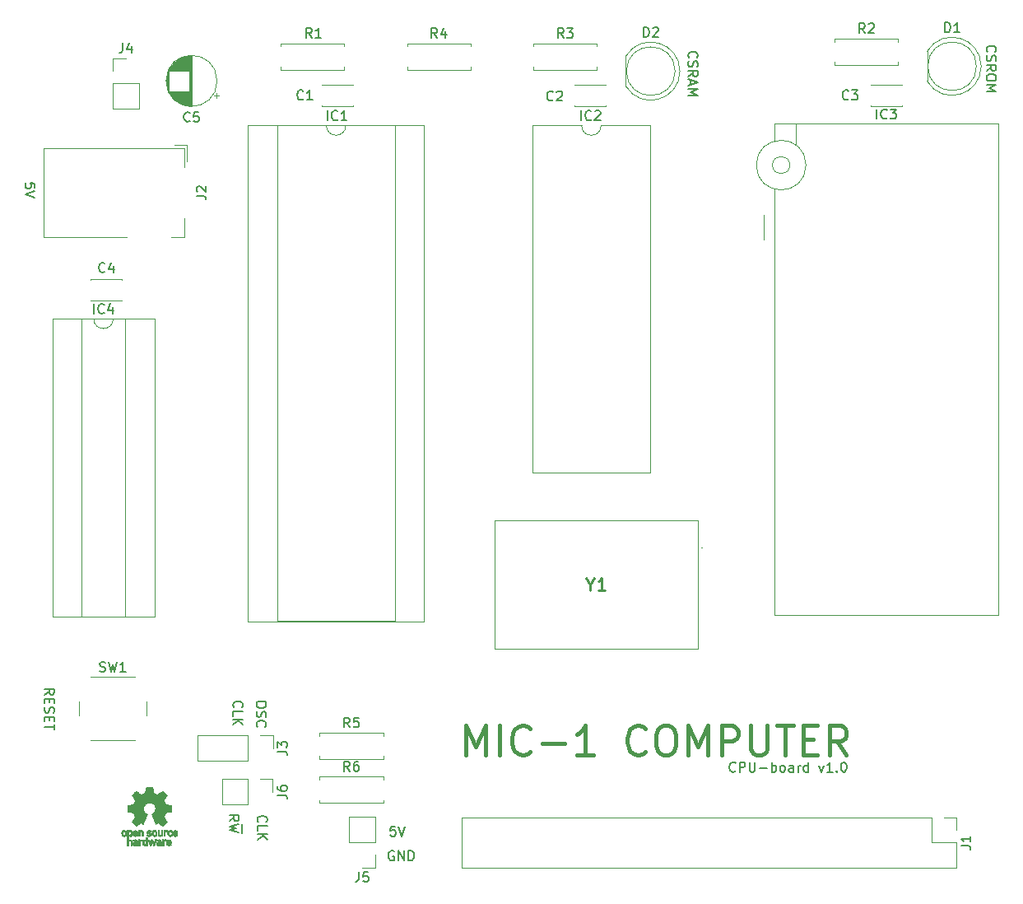
<source format=gbr>
%TF.GenerationSoftware,KiCad,Pcbnew,8.0.6*%
%TF.CreationDate,2024-12-09T21:22:34+01:00*%
%TF.ProjectId,mic1-cpu,6d696331-2d63-4707-952e-6b696361645f,rev?*%
%TF.SameCoordinates,Original*%
%TF.FileFunction,Legend,Top*%
%TF.FilePolarity,Positive*%
%FSLAX46Y46*%
G04 Gerber Fmt 4.6, Leading zero omitted, Abs format (unit mm)*
G04 Created by KiCad (PCBNEW 8.0.6) date 2024-12-09 21:22:34*
%MOMM*%
%LPD*%
G01*
G04 APERTURE LIST*
%ADD10C,0.150000*%
%ADD11C,0.400000*%
%ADD12C,0.254000*%
%ADD13C,0.010000*%
%ADD14C,0.120000*%
%ADD15C,0.100000*%
G04 APERTURE END LIST*
D10*
X131625419Y-42508207D02*
X131577800Y-42460588D01*
X131577800Y-42460588D02*
X131530180Y-42317731D01*
X131530180Y-42317731D02*
X131530180Y-42222493D01*
X131530180Y-42222493D02*
X131577800Y-42079636D01*
X131577800Y-42079636D02*
X131673038Y-41984398D01*
X131673038Y-41984398D02*
X131768276Y-41936779D01*
X131768276Y-41936779D02*
X131958752Y-41889160D01*
X131958752Y-41889160D02*
X132101609Y-41889160D01*
X132101609Y-41889160D02*
X132292085Y-41936779D01*
X132292085Y-41936779D02*
X132387323Y-41984398D01*
X132387323Y-41984398D02*
X132482561Y-42079636D01*
X132482561Y-42079636D02*
X132530180Y-42222493D01*
X132530180Y-42222493D02*
X132530180Y-42317731D01*
X132530180Y-42317731D02*
X132482561Y-42460588D01*
X132482561Y-42460588D02*
X132434942Y-42508207D01*
X131577800Y-42889160D02*
X131530180Y-43032017D01*
X131530180Y-43032017D02*
X131530180Y-43270112D01*
X131530180Y-43270112D02*
X131577800Y-43365350D01*
X131577800Y-43365350D02*
X131625419Y-43412969D01*
X131625419Y-43412969D02*
X131720657Y-43460588D01*
X131720657Y-43460588D02*
X131815895Y-43460588D01*
X131815895Y-43460588D02*
X131911133Y-43412969D01*
X131911133Y-43412969D02*
X131958752Y-43365350D01*
X131958752Y-43365350D02*
X132006371Y-43270112D01*
X132006371Y-43270112D02*
X132053990Y-43079636D01*
X132053990Y-43079636D02*
X132101609Y-42984398D01*
X132101609Y-42984398D02*
X132149228Y-42936779D01*
X132149228Y-42936779D02*
X132244466Y-42889160D01*
X132244466Y-42889160D02*
X132339704Y-42889160D01*
X132339704Y-42889160D02*
X132434942Y-42936779D01*
X132434942Y-42936779D02*
X132482561Y-42984398D01*
X132482561Y-42984398D02*
X132530180Y-43079636D01*
X132530180Y-43079636D02*
X132530180Y-43317731D01*
X132530180Y-43317731D02*
X132482561Y-43460588D01*
X131530180Y-44460588D02*
X132006371Y-44127255D01*
X131530180Y-43889160D02*
X132530180Y-43889160D01*
X132530180Y-43889160D02*
X132530180Y-44270112D01*
X132530180Y-44270112D02*
X132482561Y-44365350D01*
X132482561Y-44365350D02*
X132434942Y-44412969D01*
X132434942Y-44412969D02*
X132339704Y-44460588D01*
X132339704Y-44460588D02*
X132196847Y-44460588D01*
X132196847Y-44460588D02*
X132101609Y-44412969D01*
X132101609Y-44412969D02*
X132053990Y-44365350D01*
X132053990Y-44365350D02*
X132006371Y-44270112D01*
X132006371Y-44270112D02*
X132006371Y-43889160D01*
X132530180Y-45079636D02*
X132530180Y-45270112D01*
X132530180Y-45270112D02*
X132482561Y-45365350D01*
X132482561Y-45365350D02*
X132387323Y-45460588D01*
X132387323Y-45460588D02*
X132196847Y-45508207D01*
X132196847Y-45508207D02*
X131863514Y-45508207D01*
X131863514Y-45508207D02*
X131673038Y-45460588D01*
X131673038Y-45460588D02*
X131577800Y-45365350D01*
X131577800Y-45365350D02*
X131530180Y-45270112D01*
X131530180Y-45270112D02*
X131530180Y-45079636D01*
X131530180Y-45079636D02*
X131577800Y-44984398D01*
X131577800Y-44984398D02*
X131673038Y-44889160D01*
X131673038Y-44889160D02*
X131863514Y-44841541D01*
X131863514Y-44841541D02*
X132196847Y-44841541D01*
X132196847Y-44841541D02*
X132387323Y-44889160D01*
X132387323Y-44889160D02*
X132482561Y-44984398D01*
X132482561Y-44984398D02*
X132530180Y-45079636D01*
X131530180Y-45936779D02*
X132530180Y-45936779D01*
X132530180Y-45936779D02*
X131815895Y-46270112D01*
X131815895Y-46270112D02*
X132530180Y-46603445D01*
X132530180Y-46603445D02*
X131530180Y-46603445D01*
X100925419Y-43108207D02*
X100877800Y-43060588D01*
X100877800Y-43060588D02*
X100830180Y-42917731D01*
X100830180Y-42917731D02*
X100830180Y-42822493D01*
X100830180Y-42822493D02*
X100877800Y-42679636D01*
X100877800Y-42679636D02*
X100973038Y-42584398D01*
X100973038Y-42584398D02*
X101068276Y-42536779D01*
X101068276Y-42536779D02*
X101258752Y-42489160D01*
X101258752Y-42489160D02*
X101401609Y-42489160D01*
X101401609Y-42489160D02*
X101592085Y-42536779D01*
X101592085Y-42536779D02*
X101687323Y-42584398D01*
X101687323Y-42584398D02*
X101782561Y-42679636D01*
X101782561Y-42679636D02*
X101830180Y-42822493D01*
X101830180Y-42822493D02*
X101830180Y-42917731D01*
X101830180Y-42917731D02*
X101782561Y-43060588D01*
X101782561Y-43060588D02*
X101734942Y-43108207D01*
X100877800Y-43489160D02*
X100830180Y-43632017D01*
X100830180Y-43632017D02*
X100830180Y-43870112D01*
X100830180Y-43870112D02*
X100877800Y-43965350D01*
X100877800Y-43965350D02*
X100925419Y-44012969D01*
X100925419Y-44012969D02*
X101020657Y-44060588D01*
X101020657Y-44060588D02*
X101115895Y-44060588D01*
X101115895Y-44060588D02*
X101211133Y-44012969D01*
X101211133Y-44012969D02*
X101258752Y-43965350D01*
X101258752Y-43965350D02*
X101306371Y-43870112D01*
X101306371Y-43870112D02*
X101353990Y-43679636D01*
X101353990Y-43679636D02*
X101401609Y-43584398D01*
X101401609Y-43584398D02*
X101449228Y-43536779D01*
X101449228Y-43536779D02*
X101544466Y-43489160D01*
X101544466Y-43489160D02*
X101639704Y-43489160D01*
X101639704Y-43489160D02*
X101734942Y-43536779D01*
X101734942Y-43536779D02*
X101782561Y-43584398D01*
X101782561Y-43584398D02*
X101830180Y-43679636D01*
X101830180Y-43679636D02*
X101830180Y-43917731D01*
X101830180Y-43917731D02*
X101782561Y-44060588D01*
X100830180Y-45060588D02*
X101306371Y-44727255D01*
X100830180Y-44489160D02*
X101830180Y-44489160D01*
X101830180Y-44489160D02*
X101830180Y-44870112D01*
X101830180Y-44870112D02*
X101782561Y-44965350D01*
X101782561Y-44965350D02*
X101734942Y-45012969D01*
X101734942Y-45012969D02*
X101639704Y-45060588D01*
X101639704Y-45060588D02*
X101496847Y-45060588D01*
X101496847Y-45060588D02*
X101401609Y-45012969D01*
X101401609Y-45012969D02*
X101353990Y-44965350D01*
X101353990Y-44965350D02*
X101306371Y-44870112D01*
X101306371Y-44870112D02*
X101306371Y-44489160D01*
X101115895Y-45441541D02*
X101115895Y-45917731D01*
X100830180Y-45346303D02*
X101830180Y-45679636D01*
X101830180Y-45679636D02*
X100830180Y-46012969D01*
X100830180Y-46346303D02*
X101830180Y-46346303D01*
X101830180Y-46346303D02*
X101115895Y-46679636D01*
X101115895Y-46679636D02*
X101830180Y-47012969D01*
X101830180Y-47012969D02*
X100830180Y-47012969D01*
X33630180Y-56512969D02*
X33630180Y-56036779D01*
X33630180Y-56036779D02*
X33153990Y-55989160D01*
X33153990Y-55989160D02*
X33201609Y-56036779D01*
X33201609Y-56036779D02*
X33249228Y-56132017D01*
X33249228Y-56132017D02*
X33249228Y-56370112D01*
X33249228Y-56370112D02*
X33201609Y-56465350D01*
X33201609Y-56465350D02*
X33153990Y-56512969D01*
X33153990Y-56512969D02*
X33058752Y-56560588D01*
X33058752Y-56560588D02*
X32820657Y-56560588D01*
X32820657Y-56560588D02*
X32725419Y-56512969D01*
X32725419Y-56512969D02*
X32677800Y-56465350D01*
X32677800Y-56465350D02*
X32630180Y-56370112D01*
X32630180Y-56370112D02*
X32630180Y-56132017D01*
X32630180Y-56132017D02*
X32677800Y-56036779D01*
X32677800Y-56036779D02*
X32725419Y-55989160D01*
X33630180Y-56846303D02*
X32630180Y-57179636D01*
X32630180Y-57179636D02*
X33630180Y-57512969D01*
X34630180Y-108608207D02*
X35106371Y-108274874D01*
X34630180Y-108036779D02*
X35630180Y-108036779D01*
X35630180Y-108036779D02*
X35630180Y-108417731D01*
X35630180Y-108417731D02*
X35582561Y-108512969D01*
X35582561Y-108512969D02*
X35534942Y-108560588D01*
X35534942Y-108560588D02*
X35439704Y-108608207D01*
X35439704Y-108608207D02*
X35296847Y-108608207D01*
X35296847Y-108608207D02*
X35201609Y-108560588D01*
X35201609Y-108560588D02*
X35153990Y-108512969D01*
X35153990Y-108512969D02*
X35106371Y-108417731D01*
X35106371Y-108417731D02*
X35106371Y-108036779D01*
X35153990Y-109036779D02*
X35153990Y-109370112D01*
X34630180Y-109512969D02*
X34630180Y-109036779D01*
X34630180Y-109036779D02*
X35630180Y-109036779D01*
X35630180Y-109036779D02*
X35630180Y-109512969D01*
X34677800Y-109893922D02*
X34630180Y-110036779D01*
X34630180Y-110036779D02*
X34630180Y-110274874D01*
X34630180Y-110274874D02*
X34677800Y-110370112D01*
X34677800Y-110370112D02*
X34725419Y-110417731D01*
X34725419Y-110417731D02*
X34820657Y-110465350D01*
X34820657Y-110465350D02*
X34915895Y-110465350D01*
X34915895Y-110465350D02*
X35011133Y-110417731D01*
X35011133Y-110417731D02*
X35058752Y-110370112D01*
X35058752Y-110370112D02*
X35106371Y-110274874D01*
X35106371Y-110274874D02*
X35153990Y-110084398D01*
X35153990Y-110084398D02*
X35201609Y-109989160D01*
X35201609Y-109989160D02*
X35249228Y-109941541D01*
X35249228Y-109941541D02*
X35344466Y-109893922D01*
X35344466Y-109893922D02*
X35439704Y-109893922D01*
X35439704Y-109893922D02*
X35534942Y-109941541D01*
X35534942Y-109941541D02*
X35582561Y-109989160D01*
X35582561Y-109989160D02*
X35630180Y-110084398D01*
X35630180Y-110084398D02*
X35630180Y-110322493D01*
X35630180Y-110322493D02*
X35582561Y-110465350D01*
X35153990Y-110893922D02*
X35153990Y-111227255D01*
X34630180Y-111370112D02*
X34630180Y-110893922D01*
X34630180Y-110893922D02*
X35630180Y-110893922D01*
X35630180Y-110893922D02*
X35630180Y-111370112D01*
X35630180Y-111655827D02*
X35630180Y-112227255D01*
X34630180Y-111941541D02*
X35630180Y-111941541D01*
X53630180Y-121608207D02*
X54106371Y-121274874D01*
X53630180Y-121036779D02*
X54630180Y-121036779D01*
X54630180Y-121036779D02*
X54630180Y-121417731D01*
X54630180Y-121417731D02*
X54582561Y-121512969D01*
X54582561Y-121512969D02*
X54534942Y-121560588D01*
X54534942Y-121560588D02*
X54439704Y-121608207D01*
X54439704Y-121608207D02*
X54296847Y-121608207D01*
X54296847Y-121608207D02*
X54201609Y-121560588D01*
X54201609Y-121560588D02*
X54153990Y-121512969D01*
X54153990Y-121512969D02*
X54106371Y-121417731D01*
X54106371Y-121417731D02*
X54106371Y-121036779D01*
X54630180Y-121941541D02*
X53630180Y-122179636D01*
X53630180Y-122179636D02*
X54344466Y-122370112D01*
X54344466Y-122370112D02*
X53630180Y-122560588D01*
X53630180Y-122560588D02*
X54630180Y-122798684D01*
X54907800Y-121898684D02*
X54907800Y-122841541D01*
X56625419Y-121708207D02*
X56577800Y-121660588D01*
X56577800Y-121660588D02*
X56530180Y-121517731D01*
X56530180Y-121517731D02*
X56530180Y-121422493D01*
X56530180Y-121422493D02*
X56577800Y-121279636D01*
X56577800Y-121279636D02*
X56673038Y-121184398D01*
X56673038Y-121184398D02*
X56768276Y-121136779D01*
X56768276Y-121136779D02*
X56958752Y-121089160D01*
X56958752Y-121089160D02*
X57101609Y-121089160D01*
X57101609Y-121089160D02*
X57292085Y-121136779D01*
X57292085Y-121136779D02*
X57387323Y-121184398D01*
X57387323Y-121184398D02*
X57482561Y-121279636D01*
X57482561Y-121279636D02*
X57530180Y-121422493D01*
X57530180Y-121422493D02*
X57530180Y-121517731D01*
X57530180Y-121517731D02*
X57482561Y-121660588D01*
X57482561Y-121660588D02*
X57434942Y-121708207D01*
X56530180Y-122612969D02*
X56530180Y-122136779D01*
X56530180Y-122136779D02*
X57530180Y-122136779D01*
X56530180Y-122946303D02*
X57530180Y-122946303D01*
X56530180Y-123517731D02*
X57101609Y-123089160D01*
X57530180Y-123517731D02*
X56958752Y-122946303D01*
X54125419Y-109908207D02*
X54077800Y-109860588D01*
X54077800Y-109860588D02*
X54030180Y-109717731D01*
X54030180Y-109717731D02*
X54030180Y-109622493D01*
X54030180Y-109622493D02*
X54077800Y-109479636D01*
X54077800Y-109479636D02*
X54173038Y-109384398D01*
X54173038Y-109384398D02*
X54268276Y-109336779D01*
X54268276Y-109336779D02*
X54458752Y-109289160D01*
X54458752Y-109289160D02*
X54601609Y-109289160D01*
X54601609Y-109289160D02*
X54792085Y-109336779D01*
X54792085Y-109336779D02*
X54887323Y-109384398D01*
X54887323Y-109384398D02*
X54982561Y-109479636D01*
X54982561Y-109479636D02*
X55030180Y-109622493D01*
X55030180Y-109622493D02*
X55030180Y-109717731D01*
X55030180Y-109717731D02*
X54982561Y-109860588D01*
X54982561Y-109860588D02*
X54934942Y-109908207D01*
X54030180Y-110812969D02*
X54030180Y-110336779D01*
X54030180Y-110336779D02*
X55030180Y-110336779D01*
X54030180Y-111146303D02*
X55030180Y-111146303D01*
X54030180Y-111717731D02*
X54601609Y-111289160D01*
X55030180Y-111717731D02*
X54458752Y-111146303D01*
X57430180Y-109527255D02*
X57430180Y-109717731D01*
X57430180Y-109717731D02*
X57382561Y-109812969D01*
X57382561Y-109812969D02*
X57287323Y-109908207D01*
X57287323Y-109908207D02*
X57096847Y-109955826D01*
X57096847Y-109955826D02*
X56763514Y-109955826D01*
X56763514Y-109955826D02*
X56573038Y-109908207D01*
X56573038Y-109908207D02*
X56477800Y-109812969D01*
X56477800Y-109812969D02*
X56430180Y-109717731D01*
X56430180Y-109717731D02*
X56430180Y-109527255D01*
X56430180Y-109527255D02*
X56477800Y-109432017D01*
X56477800Y-109432017D02*
X56573038Y-109336779D01*
X56573038Y-109336779D02*
X56763514Y-109289160D01*
X56763514Y-109289160D02*
X57096847Y-109289160D01*
X57096847Y-109289160D02*
X57287323Y-109336779D01*
X57287323Y-109336779D02*
X57382561Y-109432017D01*
X57382561Y-109432017D02*
X57430180Y-109527255D01*
X56477800Y-110336779D02*
X56430180Y-110479636D01*
X56430180Y-110479636D02*
X56430180Y-110717731D01*
X56430180Y-110717731D02*
X56477800Y-110812969D01*
X56477800Y-110812969D02*
X56525419Y-110860588D01*
X56525419Y-110860588D02*
X56620657Y-110908207D01*
X56620657Y-110908207D02*
X56715895Y-110908207D01*
X56715895Y-110908207D02*
X56811133Y-110860588D01*
X56811133Y-110860588D02*
X56858752Y-110812969D01*
X56858752Y-110812969D02*
X56906371Y-110717731D01*
X56906371Y-110717731D02*
X56953990Y-110527255D01*
X56953990Y-110527255D02*
X57001609Y-110432017D01*
X57001609Y-110432017D02*
X57049228Y-110384398D01*
X57049228Y-110384398D02*
X57144466Y-110336779D01*
X57144466Y-110336779D02*
X57239704Y-110336779D01*
X57239704Y-110336779D02*
X57334942Y-110384398D01*
X57334942Y-110384398D02*
X57382561Y-110432017D01*
X57382561Y-110432017D02*
X57430180Y-110527255D01*
X57430180Y-110527255D02*
X57430180Y-110765350D01*
X57430180Y-110765350D02*
X57382561Y-110908207D01*
X56525419Y-111908207D02*
X56477800Y-111860588D01*
X56477800Y-111860588D02*
X56430180Y-111717731D01*
X56430180Y-111717731D02*
X56430180Y-111622493D01*
X56430180Y-111622493D02*
X56477800Y-111479636D01*
X56477800Y-111479636D02*
X56573038Y-111384398D01*
X56573038Y-111384398D02*
X56668276Y-111336779D01*
X56668276Y-111336779D02*
X56858752Y-111289160D01*
X56858752Y-111289160D02*
X57001609Y-111289160D01*
X57001609Y-111289160D02*
X57192085Y-111336779D01*
X57192085Y-111336779D02*
X57287323Y-111384398D01*
X57287323Y-111384398D02*
X57382561Y-111479636D01*
X57382561Y-111479636D02*
X57430180Y-111622493D01*
X57430180Y-111622493D02*
X57430180Y-111717731D01*
X57430180Y-111717731D02*
X57382561Y-111860588D01*
X57382561Y-111860588D02*
X57334942Y-111908207D01*
X70712969Y-122169819D02*
X70236779Y-122169819D01*
X70236779Y-122169819D02*
X70189160Y-122646009D01*
X70189160Y-122646009D02*
X70236779Y-122598390D01*
X70236779Y-122598390D02*
X70332017Y-122550771D01*
X70332017Y-122550771D02*
X70570112Y-122550771D01*
X70570112Y-122550771D02*
X70665350Y-122598390D01*
X70665350Y-122598390D02*
X70712969Y-122646009D01*
X70712969Y-122646009D02*
X70760588Y-122741247D01*
X70760588Y-122741247D02*
X70760588Y-122979342D01*
X70760588Y-122979342D02*
X70712969Y-123074580D01*
X70712969Y-123074580D02*
X70665350Y-123122200D01*
X70665350Y-123122200D02*
X70570112Y-123169819D01*
X70570112Y-123169819D02*
X70332017Y-123169819D01*
X70332017Y-123169819D02*
X70236779Y-123122200D01*
X70236779Y-123122200D02*
X70189160Y-123074580D01*
X71046303Y-122169819D02*
X71379636Y-123169819D01*
X71379636Y-123169819D02*
X71712969Y-122169819D01*
X70560588Y-124717438D02*
X70465350Y-124669819D01*
X70465350Y-124669819D02*
X70322493Y-124669819D01*
X70322493Y-124669819D02*
X70179636Y-124717438D01*
X70179636Y-124717438D02*
X70084398Y-124812676D01*
X70084398Y-124812676D02*
X70036779Y-124907914D01*
X70036779Y-124907914D02*
X69989160Y-125098390D01*
X69989160Y-125098390D02*
X69989160Y-125241247D01*
X69989160Y-125241247D02*
X70036779Y-125431723D01*
X70036779Y-125431723D02*
X70084398Y-125526961D01*
X70084398Y-125526961D02*
X70179636Y-125622200D01*
X70179636Y-125622200D02*
X70322493Y-125669819D01*
X70322493Y-125669819D02*
X70417731Y-125669819D01*
X70417731Y-125669819D02*
X70560588Y-125622200D01*
X70560588Y-125622200D02*
X70608207Y-125574580D01*
X70608207Y-125574580D02*
X70608207Y-125241247D01*
X70608207Y-125241247D02*
X70417731Y-125241247D01*
X71036779Y-125669819D02*
X71036779Y-124669819D01*
X71036779Y-124669819D02*
X71608207Y-125669819D01*
X71608207Y-125669819D02*
X71608207Y-124669819D01*
X72084398Y-125669819D02*
X72084398Y-124669819D01*
X72084398Y-124669819D02*
X72322493Y-124669819D01*
X72322493Y-124669819D02*
X72465350Y-124717438D01*
X72465350Y-124717438D02*
X72560588Y-124812676D01*
X72560588Y-124812676D02*
X72608207Y-124907914D01*
X72608207Y-124907914D02*
X72655826Y-125098390D01*
X72655826Y-125098390D02*
X72655826Y-125241247D01*
X72655826Y-125241247D02*
X72608207Y-125431723D01*
X72608207Y-125431723D02*
X72560588Y-125526961D01*
X72560588Y-125526961D02*
X72465350Y-125622200D01*
X72465350Y-125622200D02*
X72322493Y-125669819D01*
X72322493Y-125669819D02*
X72084398Y-125669819D01*
X105708207Y-116474580D02*
X105660588Y-116522200D01*
X105660588Y-116522200D02*
X105517731Y-116569819D01*
X105517731Y-116569819D02*
X105422493Y-116569819D01*
X105422493Y-116569819D02*
X105279636Y-116522200D01*
X105279636Y-116522200D02*
X105184398Y-116426961D01*
X105184398Y-116426961D02*
X105136779Y-116331723D01*
X105136779Y-116331723D02*
X105089160Y-116141247D01*
X105089160Y-116141247D02*
X105089160Y-115998390D01*
X105089160Y-115998390D02*
X105136779Y-115807914D01*
X105136779Y-115807914D02*
X105184398Y-115712676D01*
X105184398Y-115712676D02*
X105279636Y-115617438D01*
X105279636Y-115617438D02*
X105422493Y-115569819D01*
X105422493Y-115569819D02*
X105517731Y-115569819D01*
X105517731Y-115569819D02*
X105660588Y-115617438D01*
X105660588Y-115617438D02*
X105708207Y-115665057D01*
X106136779Y-116569819D02*
X106136779Y-115569819D01*
X106136779Y-115569819D02*
X106517731Y-115569819D01*
X106517731Y-115569819D02*
X106612969Y-115617438D01*
X106612969Y-115617438D02*
X106660588Y-115665057D01*
X106660588Y-115665057D02*
X106708207Y-115760295D01*
X106708207Y-115760295D02*
X106708207Y-115903152D01*
X106708207Y-115903152D02*
X106660588Y-115998390D01*
X106660588Y-115998390D02*
X106612969Y-116046009D01*
X106612969Y-116046009D02*
X106517731Y-116093628D01*
X106517731Y-116093628D02*
X106136779Y-116093628D01*
X107136779Y-115569819D02*
X107136779Y-116379342D01*
X107136779Y-116379342D02*
X107184398Y-116474580D01*
X107184398Y-116474580D02*
X107232017Y-116522200D01*
X107232017Y-116522200D02*
X107327255Y-116569819D01*
X107327255Y-116569819D02*
X107517731Y-116569819D01*
X107517731Y-116569819D02*
X107612969Y-116522200D01*
X107612969Y-116522200D02*
X107660588Y-116474580D01*
X107660588Y-116474580D02*
X107708207Y-116379342D01*
X107708207Y-116379342D02*
X107708207Y-115569819D01*
X108184398Y-116188866D02*
X108946303Y-116188866D01*
X109422493Y-116569819D02*
X109422493Y-115569819D01*
X109422493Y-115950771D02*
X109517731Y-115903152D01*
X109517731Y-115903152D02*
X109708207Y-115903152D01*
X109708207Y-115903152D02*
X109803445Y-115950771D01*
X109803445Y-115950771D02*
X109851064Y-115998390D01*
X109851064Y-115998390D02*
X109898683Y-116093628D01*
X109898683Y-116093628D02*
X109898683Y-116379342D01*
X109898683Y-116379342D02*
X109851064Y-116474580D01*
X109851064Y-116474580D02*
X109803445Y-116522200D01*
X109803445Y-116522200D02*
X109708207Y-116569819D01*
X109708207Y-116569819D02*
X109517731Y-116569819D01*
X109517731Y-116569819D02*
X109422493Y-116522200D01*
X110470112Y-116569819D02*
X110374874Y-116522200D01*
X110374874Y-116522200D02*
X110327255Y-116474580D01*
X110327255Y-116474580D02*
X110279636Y-116379342D01*
X110279636Y-116379342D02*
X110279636Y-116093628D01*
X110279636Y-116093628D02*
X110327255Y-115998390D01*
X110327255Y-115998390D02*
X110374874Y-115950771D01*
X110374874Y-115950771D02*
X110470112Y-115903152D01*
X110470112Y-115903152D02*
X110612969Y-115903152D01*
X110612969Y-115903152D02*
X110708207Y-115950771D01*
X110708207Y-115950771D02*
X110755826Y-115998390D01*
X110755826Y-115998390D02*
X110803445Y-116093628D01*
X110803445Y-116093628D02*
X110803445Y-116379342D01*
X110803445Y-116379342D02*
X110755826Y-116474580D01*
X110755826Y-116474580D02*
X110708207Y-116522200D01*
X110708207Y-116522200D02*
X110612969Y-116569819D01*
X110612969Y-116569819D02*
X110470112Y-116569819D01*
X111660588Y-116569819D02*
X111660588Y-116046009D01*
X111660588Y-116046009D02*
X111612969Y-115950771D01*
X111612969Y-115950771D02*
X111517731Y-115903152D01*
X111517731Y-115903152D02*
X111327255Y-115903152D01*
X111327255Y-115903152D02*
X111232017Y-115950771D01*
X111660588Y-116522200D02*
X111565350Y-116569819D01*
X111565350Y-116569819D02*
X111327255Y-116569819D01*
X111327255Y-116569819D02*
X111232017Y-116522200D01*
X111232017Y-116522200D02*
X111184398Y-116426961D01*
X111184398Y-116426961D02*
X111184398Y-116331723D01*
X111184398Y-116331723D02*
X111232017Y-116236485D01*
X111232017Y-116236485D02*
X111327255Y-116188866D01*
X111327255Y-116188866D02*
X111565350Y-116188866D01*
X111565350Y-116188866D02*
X111660588Y-116141247D01*
X112136779Y-116569819D02*
X112136779Y-115903152D01*
X112136779Y-116093628D02*
X112184398Y-115998390D01*
X112184398Y-115998390D02*
X112232017Y-115950771D01*
X112232017Y-115950771D02*
X112327255Y-115903152D01*
X112327255Y-115903152D02*
X112422493Y-115903152D01*
X113184398Y-116569819D02*
X113184398Y-115569819D01*
X113184398Y-116522200D02*
X113089160Y-116569819D01*
X113089160Y-116569819D02*
X112898684Y-116569819D01*
X112898684Y-116569819D02*
X112803446Y-116522200D01*
X112803446Y-116522200D02*
X112755827Y-116474580D01*
X112755827Y-116474580D02*
X112708208Y-116379342D01*
X112708208Y-116379342D02*
X112708208Y-116093628D01*
X112708208Y-116093628D02*
X112755827Y-115998390D01*
X112755827Y-115998390D02*
X112803446Y-115950771D01*
X112803446Y-115950771D02*
X112898684Y-115903152D01*
X112898684Y-115903152D02*
X113089160Y-115903152D01*
X113089160Y-115903152D02*
X113184398Y-115950771D01*
X114327256Y-115903152D02*
X114565351Y-116569819D01*
X114565351Y-116569819D02*
X114803446Y-115903152D01*
X115708208Y-116569819D02*
X115136780Y-116569819D01*
X115422494Y-116569819D02*
X115422494Y-115569819D01*
X115422494Y-115569819D02*
X115327256Y-115712676D01*
X115327256Y-115712676D02*
X115232018Y-115807914D01*
X115232018Y-115807914D02*
X115136780Y-115855533D01*
X116136780Y-116474580D02*
X116184399Y-116522200D01*
X116184399Y-116522200D02*
X116136780Y-116569819D01*
X116136780Y-116569819D02*
X116089161Y-116522200D01*
X116089161Y-116522200D02*
X116136780Y-116474580D01*
X116136780Y-116474580D02*
X116136780Y-116569819D01*
X116803446Y-115569819D02*
X116898684Y-115569819D01*
X116898684Y-115569819D02*
X116993922Y-115617438D01*
X116993922Y-115617438D02*
X117041541Y-115665057D01*
X117041541Y-115665057D02*
X117089160Y-115760295D01*
X117089160Y-115760295D02*
X117136779Y-115950771D01*
X117136779Y-115950771D02*
X117136779Y-116188866D01*
X117136779Y-116188866D02*
X117089160Y-116379342D01*
X117089160Y-116379342D02*
X117041541Y-116474580D01*
X117041541Y-116474580D02*
X116993922Y-116522200D01*
X116993922Y-116522200D02*
X116898684Y-116569819D01*
X116898684Y-116569819D02*
X116803446Y-116569819D01*
X116803446Y-116569819D02*
X116708208Y-116522200D01*
X116708208Y-116522200D02*
X116660589Y-116474580D01*
X116660589Y-116474580D02*
X116612970Y-116379342D01*
X116612970Y-116379342D02*
X116565351Y-116188866D01*
X116565351Y-116188866D02*
X116565351Y-115950771D01*
X116565351Y-115950771D02*
X116612970Y-115760295D01*
X116612970Y-115760295D02*
X116660589Y-115665057D01*
X116660589Y-115665057D02*
X116708208Y-115617438D01*
X116708208Y-115617438D02*
X116803446Y-115569819D01*
D11*
X77977442Y-114812057D02*
X77977442Y-111812057D01*
X77977442Y-111812057D02*
X78977442Y-113954914D01*
X78977442Y-113954914D02*
X79977442Y-111812057D01*
X79977442Y-111812057D02*
X79977442Y-114812057D01*
X81406013Y-114812057D02*
X81406013Y-111812057D01*
X84548870Y-114526342D02*
X84406013Y-114669200D01*
X84406013Y-114669200D02*
X83977441Y-114812057D01*
X83977441Y-114812057D02*
X83691727Y-114812057D01*
X83691727Y-114812057D02*
X83263156Y-114669200D01*
X83263156Y-114669200D02*
X82977441Y-114383485D01*
X82977441Y-114383485D02*
X82834584Y-114097771D01*
X82834584Y-114097771D02*
X82691727Y-113526342D01*
X82691727Y-113526342D02*
X82691727Y-113097771D01*
X82691727Y-113097771D02*
X82834584Y-112526342D01*
X82834584Y-112526342D02*
X82977441Y-112240628D01*
X82977441Y-112240628D02*
X83263156Y-111954914D01*
X83263156Y-111954914D02*
X83691727Y-111812057D01*
X83691727Y-111812057D02*
X83977441Y-111812057D01*
X83977441Y-111812057D02*
X84406013Y-111954914D01*
X84406013Y-111954914D02*
X84548870Y-112097771D01*
X85834584Y-113669200D02*
X88120299Y-113669200D01*
X91120299Y-114812057D02*
X89406013Y-114812057D01*
X90263156Y-114812057D02*
X90263156Y-111812057D01*
X90263156Y-111812057D02*
X89977442Y-112240628D01*
X89977442Y-112240628D02*
X89691727Y-112526342D01*
X89691727Y-112526342D02*
X89406013Y-112669200D01*
X96406013Y-114526342D02*
X96263156Y-114669200D01*
X96263156Y-114669200D02*
X95834584Y-114812057D01*
X95834584Y-114812057D02*
X95548870Y-114812057D01*
X95548870Y-114812057D02*
X95120299Y-114669200D01*
X95120299Y-114669200D02*
X94834584Y-114383485D01*
X94834584Y-114383485D02*
X94691727Y-114097771D01*
X94691727Y-114097771D02*
X94548870Y-113526342D01*
X94548870Y-113526342D02*
X94548870Y-113097771D01*
X94548870Y-113097771D02*
X94691727Y-112526342D01*
X94691727Y-112526342D02*
X94834584Y-112240628D01*
X94834584Y-112240628D02*
X95120299Y-111954914D01*
X95120299Y-111954914D02*
X95548870Y-111812057D01*
X95548870Y-111812057D02*
X95834584Y-111812057D01*
X95834584Y-111812057D02*
X96263156Y-111954914D01*
X96263156Y-111954914D02*
X96406013Y-112097771D01*
X98263156Y-111812057D02*
X98834584Y-111812057D01*
X98834584Y-111812057D02*
X99120299Y-111954914D01*
X99120299Y-111954914D02*
X99406013Y-112240628D01*
X99406013Y-112240628D02*
X99548870Y-112812057D01*
X99548870Y-112812057D02*
X99548870Y-113812057D01*
X99548870Y-113812057D02*
X99406013Y-114383485D01*
X99406013Y-114383485D02*
X99120299Y-114669200D01*
X99120299Y-114669200D02*
X98834584Y-114812057D01*
X98834584Y-114812057D02*
X98263156Y-114812057D01*
X98263156Y-114812057D02*
X97977442Y-114669200D01*
X97977442Y-114669200D02*
X97691727Y-114383485D01*
X97691727Y-114383485D02*
X97548870Y-113812057D01*
X97548870Y-113812057D02*
X97548870Y-112812057D01*
X97548870Y-112812057D02*
X97691727Y-112240628D01*
X97691727Y-112240628D02*
X97977442Y-111954914D01*
X97977442Y-111954914D02*
X98263156Y-111812057D01*
X100834584Y-114812057D02*
X100834584Y-111812057D01*
X100834584Y-111812057D02*
X101834584Y-113954914D01*
X101834584Y-113954914D02*
X102834584Y-111812057D01*
X102834584Y-111812057D02*
X102834584Y-114812057D01*
X104263155Y-114812057D02*
X104263155Y-111812057D01*
X104263155Y-111812057D02*
X105406012Y-111812057D01*
X105406012Y-111812057D02*
X105691727Y-111954914D01*
X105691727Y-111954914D02*
X105834584Y-112097771D01*
X105834584Y-112097771D02*
X105977441Y-112383485D01*
X105977441Y-112383485D02*
X105977441Y-112812057D01*
X105977441Y-112812057D02*
X105834584Y-113097771D01*
X105834584Y-113097771D02*
X105691727Y-113240628D01*
X105691727Y-113240628D02*
X105406012Y-113383485D01*
X105406012Y-113383485D02*
X104263155Y-113383485D01*
X107263155Y-111812057D02*
X107263155Y-114240628D01*
X107263155Y-114240628D02*
X107406012Y-114526342D01*
X107406012Y-114526342D02*
X107548870Y-114669200D01*
X107548870Y-114669200D02*
X107834584Y-114812057D01*
X107834584Y-114812057D02*
X108406012Y-114812057D01*
X108406012Y-114812057D02*
X108691727Y-114669200D01*
X108691727Y-114669200D02*
X108834584Y-114526342D01*
X108834584Y-114526342D02*
X108977441Y-114240628D01*
X108977441Y-114240628D02*
X108977441Y-111812057D01*
X109977441Y-111812057D02*
X111691727Y-111812057D01*
X110834584Y-114812057D02*
X110834584Y-111812057D01*
X112691726Y-113240628D02*
X113691726Y-113240628D01*
X114120298Y-114812057D02*
X112691726Y-114812057D01*
X112691726Y-114812057D02*
X112691726Y-111812057D01*
X112691726Y-111812057D02*
X114120298Y-111812057D01*
X117120298Y-114812057D02*
X116120298Y-113383485D01*
X115406012Y-114812057D02*
X115406012Y-111812057D01*
X115406012Y-111812057D02*
X116548869Y-111812057D01*
X116548869Y-111812057D02*
X116834584Y-111954914D01*
X116834584Y-111954914D02*
X116977441Y-112097771D01*
X116977441Y-112097771D02*
X117120298Y-112383485D01*
X117120298Y-112383485D02*
X117120298Y-112812057D01*
X117120298Y-112812057D02*
X116977441Y-113097771D01*
X116977441Y-113097771D02*
X116834584Y-113240628D01*
X116834584Y-113240628D02*
X116548869Y-113383485D01*
X116548869Y-113383485D02*
X115406012Y-113383485D01*
D10*
X66033333Y-116484819D02*
X65700000Y-116008628D01*
X65461905Y-116484819D02*
X65461905Y-115484819D01*
X65461905Y-115484819D02*
X65842857Y-115484819D01*
X65842857Y-115484819D02*
X65938095Y-115532438D01*
X65938095Y-115532438D02*
X65985714Y-115580057D01*
X65985714Y-115580057D02*
X66033333Y-115675295D01*
X66033333Y-115675295D02*
X66033333Y-115818152D01*
X66033333Y-115818152D02*
X65985714Y-115913390D01*
X65985714Y-115913390D02*
X65938095Y-115961009D01*
X65938095Y-115961009D02*
X65842857Y-116008628D01*
X65842857Y-116008628D02*
X65461905Y-116008628D01*
X66890476Y-115484819D02*
X66700000Y-115484819D01*
X66700000Y-115484819D02*
X66604762Y-115532438D01*
X66604762Y-115532438D02*
X66557143Y-115580057D01*
X66557143Y-115580057D02*
X66461905Y-115722914D01*
X66461905Y-115722914D02*
X66414286Y-115913390D01*
X66414286Y-115913390D02*
X66414286Y-116294342D01*
X66414286Y-116294342D02*
X66461905Y-116389580D01*
X66461905Y-116389580D02*
X66509524Y-116437200D01*
X66509524Y-116437200D02*
X66604762Y-116484819D01*
X66604762Y-116484819D02*
X66795238Y-116484819D01*
X66795238Y-116484819D02*
X66890476Y-116437200D01*
X66890476Y-116437200D02*
X66938095Y-116389580D01*
X66938095Y-116389580D02*
X66985714Y-116294342D01*
X66985714Y-116294342D02*
X66985714Y-116056247D01*
X66985714Y-116056247D02*
X66938095Y-115961009D01*
X66938095Y-115961009D02*
X66890476Y-115913390D01*
X66890476Y-115913390D02*
X66795238Y-115865771D01*
X66795238Y-115865771D02*
X66604762Y-115865771D01*
X66604762Y-115865771D02*
X66509524Y-115913390D01*
X66509524Y-115913390D02*
X66461905Y-115961009D01*
X66461905Y-115961009D02*
X66414286Y-116056247D01*
X66033333Y-111984819D02*
X65700000Y-111508628D01*
X65461905Y-111984819D02*
X65461905Y-110984819D01*
X65461905Y-110984819D02*
X65842857Y-110984819D01*
X65842857Y-110984819D02*
X65938095Y-111032438D01*
X65938095Y-111032438D02*
X65985714Y-111080057D01*
X65985714Y-111080057D02*
X66033333Y-111175295D01*
X66033333Y-111175295D02*
X66033333Y-111318152D01*
X66033333Y-111318152D02*
X65985714Y-111413390D01*
X65985714Y-111413390D02*
X65938095Y-111461009D01*
X65938095Y-111461009D02*
X65842857Y-111508628D01*
X65842857Y-111508628D02*
X65461905Y-111508628D01*
X66938095Y-110984819D02*
X66461905Y-110984819D01*
X66461905Y-110984819D02*
X66414286Y-111461009D01*
X66414286Y-111461009D02*
X66461905Y-111413390D01*
X66461905Y-111413390D02*
X66557143Y-111365771D01*
X66557143Y-111365771D02*
X66795238Y-111365771D01*
X66795238Y-111365771D02*
X66890476Y-111413390D01*
X66890476Y-111413390D02*
X66938095Y-111461009D01*
X66938095Y-111461009D02*
X66985714Y-111556247D01*
X66985714Y-111556247D02*
X66985714Y-111794342D01*
X66985714Y-111794342D02*
X66938095Y-111889580D01*
X66938095Y-111889580D02*
X66890476Y-111937200D01*
X66890476Y-111937200D02*
X66795238Y-111984819D01*
X66795238Y-111984819D02*
X66557143Y-111984819D01*
X66557143Y-111984819D02*
X66461905Y-111937200D01*
X66461905Y-111937200D02*
X66414286Y-111889580D01*
X58559819Y-118945833D02*
X59274104Y-118945833D01*
X59274104Y-118945833D02*
X59416961Y-118993452D01*
X59416961Y-118993452D02*
X59512200Y-119088690D01*
X59512200Y-119088690D02*
X59559819Y-119231547D01*
X59559819Y-119231547D02*
X59559819Y-119326785D01*
X58559819Y-118041071D02*
X58559819Y-118231547D01*
X58559819Y-118231547D02*
X58607438Y-118326785D01*
X58607438Y-118326785D02*
X58655057Y-118374404D01*
X58655057Y-118374404D02*
X58797914Y-118469642D01*
X58797914Y-118469642D02*
X58988390Y-118517261D01*
X58988390Y-118517261D02*
X59369342Y-118517261D01*
X59369342Y-118517261D02*
X59464580Y-118469642D01*
X59464580Y-118469642D02*
X59512200Y-118422023D01*
X59512200Y-118422023D02*
X59559819Y-118326785D01*
X59559819Y-118326785D02*
X59559819Y-118136309D01*
X59559819Y-118136309D02*
X59512200Y-118041071D01*
X59512200Y-118041071D02*
X59464580Y-117993452D01*
X59464580Y-117993452D02*
X59369342Y-117945833D01*
X59369342Y-117945833D02*
X59131247Y-117945833D01*
X59131247Y-117945833D02*
X59036009Y-117993452D01*
X59036009Y-117993452D02*
X58988390Y-118041071D01*
X58988390Y-118041071D02*
X58940771Y-118136309D01*
X58940771Y-118136309D02*
X58940771Y-118326785D01*
X58940771Y-118326785D02*
X58988390Y-118422023D01*
X58988390Y-118422023D02*
X59036009Y-118469642D01*
X59036009Y-118469642D02*
X59131247Y-118517261D01*
X117333333Y-47359580D02*
X117285714Y-47407200D01*
X117285714Y-47407200D02*
X117142857Y-47454819D01*
X117142857Y-47454819D02*
X117047619Y-47454819D01*
X117047619Y-47454819D02*
X116904762Y-47407200D01*
X116904762Y-47407200D02*
X116809524Y-47311961D01*
X116809524Y-47311961D02*
X116761905Y-47216723D01*
X116761905Y-47216723D02*
X116714286Y-47026247D01*
X116714286Y-47026247D02*
X116714286Y-46883390D01*
X116714286Y-46883390D02*
X116761905Y-46692914D01*
X116761905Y-46692914D02*
X116809524Y-46597676D01*
X116809524Y-46597676D02*
X116904762Y-46502438D01*
X116904762Y-46502438D02*
X117047619Y-46454819D01*
X117047619Y-46454819D02*
X117142857Y-46454819D01*
X117142857Y-46454819D02*
X117285714Y-46502438D01*
X117285714Y-46502438D02*
X117333333Y-46550057D01*
X117666667Y-46454819D02*
X118285714Y-46454819D01*
X118285714Y-46454819D02*
X117952381Y-46835771D01*
X117952381Y-46835771D02*
X118095238Y-46835771D01*
X118095238Y-46835771D02*
X118190476Y-46883390D01*
X118190476Y-46883390D02*
X118238095Y-46931009D01*
X118238095Y-46931009D02*
X118285714Y-47026247D01*
X118285714Y-47026247D02*
X118285714Y-47264342D01*
X118285714Y-47264342D02*
X118238095Y-47359580D01*
X118238095Y-47359580D02*
X118190476Y-47407200D01*
X118190476Y-47407200D02*
X118095238Y-47454819D01*
X118095238Y-47454819D02*
X117809524Y-47454819D01*
X117809524Y-47454819D02*
X117714286Y-47407200D01*
X117714286Y-47407200D02*
X117666667Y-47359580D01*
X128904819Y-124163333D02*
X129619104Y-124163333D01*
X129619104Y-124163333D02*
X129761961Y-124210952D01*
X129761961Y-124210952D02*
X129857200Y-124306190D01*
X129857200Y-124306190D02*
X129904819Y-124449047D01*
X129904819Y-124449047D02*
X129904819Y-124544285D01*
X129904819Y-123163333D02*
X129904819Y-123734761D01*
X129904819Y-123449047D02*
X128904819Y-123449047D01*
X128904819Y-123449047D02*
X129047676Y-123544285D01*
X129047676Y-123544285D02*
X129142914Y-123639523D01*
X129142914Y-123639523D02*
X129190533Y-123734761D01*
X62133333Y-41054819D02*
X61800000Y-40578628D01*
X61561905Y-41054819D02*
X61561905Y-40054819D01*
X61561905Y-40054819D02*
X61942857Y-40054819D01*
X61942857Y-40054819D02*
X62038095Y-40102438D01*
X62038095Y-40102438D02*
X62085714Y-40150057D01*
X62085714Y-40150057D02*
X62133333Y-40245295D01*
X62133333Y-40245295D02*
X62133333Y-40388152D01*
X62133333Y-40388152D02*
X62085714Y-40483390D01*
X62085714Y-40483390D02*
X62038095Y-40531009D01*
X62038095Y-40531009D02*
X61942857Y-40578628D01*
X61942857Y-40578628D02*
X61561905Y-40578628D01*
X63085714Y-41054819D02*
X62514286Y-41054819D01*
X62800000Y-41054819D02*
X62800000Y-40054819D01*
X62800000Y-40054819D02*
X62704762Y-40197676D01*
X62704762Y-40197676D02*
X62609524Y-40292914D01*
X62609524Y-40292914D02*
X62514286Y-40340533D01*
X75023333Y-41084819D02*
X74690000Y-40608628D01*
X74451905Y-41084819D02*
X74451905Y-40084819D01*
X74451905Y-40084819D02*
X74832857Y-40084819D01*
X74832857Y-40084819D02*
X74928095Y-40132438D01*
X74928095Y-40132438D02*
X74975714Y-40180057D01*
X74975714Y-40180057D02*
X75023333Y-40275295D01*
X75023333Y-40275295D02*
X75023333Y-40418152D01*
X75023333Y-40418152D02*
X74975714Y-40513390D01*
X74975714Y-40513390D02*
X74928095Y-40561009D01*
X74928095Y-40561009D02*
X74832857Y-40608628D01*
X74832857Y-40608628D02*
X74451905Y-40608628D01*
X75880476Y-40418152D02*
X75880476Y-41084819D01*
X75642381Y-40037200D02*
X75404286Y-40751485D01*
X75404286Y-40751485D02*
X76023333Y-40751485D01*
X86933333Y-47459580D02*
X86885714Y-47507200D01*
X86885714Y-47507200D02*
X86742857Y-47554819D01*
X86742857Y-47554819D02*
X86647619Y-47554819D01*
X86647619Y-47554819D02*
X86504762Y-47507200D01*
X86504762Y-47507200D02*
X86409524Y-47411961D01*
X86409524Y-47411961D02*
X86361905Y-47316723D01*
X86361905Y-47316723D02*
X86314286Y-47126247D01*
X86314286Y-47126247D02*
X86314286Y-46983390D01*
X86314286Y-46983390D02*
X86361905Y-46792914D01*
X86361905Y-46792914D02*
X86409524Y-46697676D01*
X86409524Y-46697676D02*
X86504762Y-46602438D01*
X86504762Y-46602438D02*
X86647619Y-46554819D01*
X86647619Y-46554819D02*
X86742857Y-46554819D01*
X86742857Y-46554819D02*
X86885714Y-46602438D01*
X86885714Y-46602438D02*
X86933333Y-46650057D01*
X87314286Y-46650057D02*
X87361905Y-46602438D01*
X87361905Y-46602438D02*
X87457143Y-46554819D01*
X87457143Y-46554819D02*
X87695238Y-46554819D01*
X87695238Y-46554819D02*
X87790476Y-46602438D01*
X87790476Y-46602438D02*
X87838095Y-46650057D01*
X87838095Y-46650057D02*
X87885714Y-46745295D01*
X87885714Y-46745295D02*
X87885714Y-46840533D01*
X87885714Y-46840533D02*
X87838095Y-46983390D01*
X87838095Y-46983390D02*
X87266667Y-47554819D01*
X87266667Y-47554819D02*
X87885714Y-47554819D01*
X119023333Y-40584819D02*
X118690000Y-40108628D01*
X118451905Y-40584819D02*
X118451905Y-39584819D01*
X118451905Y-39584819D02*
X118832857Y-39584819D01*
X118832857Y-39584819D02*
X118928095Y-39632438D01*
X118928095Y-39632438D02*
X118975714Y-39680057D01*
X118975714Y-39680057D02*
X119023333Y-39775295D01*
X119023333Y-39775295D02*
X119023333Y-39918152D01*
X119023333Y-39918152D02*
X118975714Y-40013390D01*
X118975714Y-40013390D02*
X118928095Y-40061009D01*
X118928095Y-40061009D02*
X118832857Y-40108628D01*
X118832857Y-40108628D02*
X118451905Y-40108628D01*
X119404286Y-39680057D02*
X119451905Y-39632438D01*
X119451905Y-39632438D02*
X119547143Y-39584819D01*
X119547143Y-39584819D02*
X119785238Y-39584819D01*
X119785238Y-39584819D02*
X119880476Y-39632438D01*
X119880476Y-39632438D02*
X119928095Y-39680057D01*
X119928095Y-39680057D02*
X119975714Y-39775295D01*
X119975714Y-39775295D02*
X119975714Y-39870533D01*
X119975714Y-39870533D02*
X119928095Y-40013390D01*
X119928095Y-40013390D02*
X119356667Y-40584819D01*
X119356667Y-40584819D02*
X119975714Y-40584819D01*
X40833333Y-65109580D02*
X40785714Y-65157200D01*
X40785714Y-65157200D02*
X40642857Y-65204819D01*
X40642857Y-65204819D02*
X40547619Y-65204819D01*
X40547619Y-65204819D02*
X40404762Y-65157200D01*
X40404762Y-65157200D02*
X40309524Y-65061961D01*
X40309524Y-65061961D02*
X40261905Y-64966723D01*
X40261905Y-64966723D02*
X40214286Y-64776247D01*
X40214286Y-64776247D02*
X40214286Y-64633390D01*
X40214286Y-64633390D02*
X40261905Y-64442914D01*
X40261905Y-64442914D02*
X40309524Y-64347676D01*
X40309524Y-64347676D02*
X40404762Y-64252438D01*
X40404762Y-64252438D02*
X40547619Y-64204819D01*
X40547619Y-64204819D02*
X40642857Y-64204819D01*
X40642857Y-64204819D02*
X40785714Y-64252438D01*
X40785714Y-64252438D02*
X40833333Y-64300057D01*
X41690476Y-64538152D02*
X41690476Y-65204819D01*
X41452381Y-64157200D02*
X41214286Y-64871485D01*
X41214286Y-64871485D02*
X41833333Y-64871485D01*
X61233333Y-47359580D02*
X61185714Y-47407200D01*
X61185714Y-47407200D02*
X61042857Y-47454819D01*
X61042857Y-47454819D02*
X60947619Y-47454819D01*
X60947619Y-47454819D02*
X60804762Y-47407200D01*
X60804762Y-47407200D02*
X60709524Y-47311961D01*
X60709524Y-47311961D02*
X60661905Y-47216723D01*
X60661905Y-47216723D02*
X60614286Y-47026247D01*
X60614286Y-47026247D02*
X60614286Y-46883390D01*
X60614286Y-46883390D02*
X60661905Y-46692914D01*
X60661905Y-46692914D02*
X60709524Y-46597676D01*
X60709524Y-46597676D02*
X60804762Y-46502438D01*
X60804762Y-46502438D02*
X60947619Y-46454819D01*
X60947619Y-46454819D02*
X61042857Y-46454819D01*
X61042857Y-46454819D02*
X61185714Y-46502438D01*
X61185714Y-46502438D02*
X61233333Y-46550057D01*
X62185714Y-47454819D02*
X61614286Y-47454819D01*
X61900000Y-47454819D02*
X61900000Y-46454819D01*
X61900000Y-46454819D02*
X61804762Y-46597676D01*
X61804762Y-46597676D02*
X61709524Y-46692914D01*
X61709524Y-46692914D02*
X61614286Y-46740533D01*
X127256905Y-40494819D02*
X127256905Y-39494819D01*
X127256905Y-39494819D02*
X127495000Y-39494819D01*
X127495000Y-39494819D02*
X127637857Y-39542438D01*
X127637857Y-39542438D02*
X127733095Y-39637676D01*
X127733095Y-39637676D02*
X127780714Y-39732914D01*
X127780714Y-39732914D02*
X127828333Y-39923390D01*
X127828333Y-39923390D02*
X127828333Y-40066247D01*
X127828333Y-40066247D02*
X127780714Y-40256723D01*
X127780714Y-40256723D02*
X127733095Y-40351961D01*
X127733095Y-40351961D02*
X127637857Y-40447200D01*
X127637857Y-40447200D02*
X127495000Y-40494819D01*
X127495000Y-40494819D02*
X127256905Y-40494819D01*
X128780714Y-40494819D02*
X128209286Y-40494819D01*
X128495000Y-40494819D02*
X128495000Y-39494819D01*
X128495000Y-39494819D02*
X128399762Y-39637676D01*
X128399762Y-39637676D02*
X128304524Y-39732914D01*
X128304524Y-39732914D02*
X128209286Y-39780533D01*
X88023333Y-41084819D02*
X87690000Y-40608628D01*
X87451905Y-41084819D02*
X87451905Y-40084819D01*
X87451905Y-40084819D02*
X87832857Y-40084819D01*
X87832857Y-40084819D02*
X87928095Y-40132438D01*
X87928095Y-40132438D02*
X87975714Y-40180057D01*
X87975714Y-40180057D02*
X88023333Y-40275295D01*
X88023333Y-40275295D02*
X88023333Y-40418152D01*
X88023333Y-40418152D02*
X87975714Y-40513390D01*
X87975714Y-40513390D02*
X87928095Y-40561009D01*
X87928095Y-40561009D02*
X87832857Y-40608628D01*
X87832857Y-40608628D02*
X87451905Y-40608628D01*
X88356667Y-40084819D02*
X88975714Y-40084819D01*
X88975714Y-40084819D02*
X88642381Y-40465771D01*
X88642381Y-40465771D02*
X88785238Y-40465771D01*
X88785238Y-40465771D02*
X88880476Y-40513390D01*
X88880476Y-40513390D02*
X88928095Y-40561009D01*
X88928095Y-40561009D02*
X88975714Y-40656247D01*
X88975714Y-40656247D02*
X88975714Y-40894342D01*
X88975714Y-40894342D02*
X88928095Y-40989580D01*
X88928095Y-40989580D02*
X88880476Y-41037200D01*
X88880476Y-41037200D02*
X88785238Y-41084819D01*
X88785238Y-41084819D02*
X88499524Y-41084819D01*
X88499524Y-41084819D02*
X88404286Y-41037200D01*
X88404286Y-41037200D02*
X88356667Y-40989580D01*
X49583333Y-49609580D02*
X49535714Y-49657200D01*
X49535714Y-49657200D02*
X49392857Y-49704819D01*
X49392857Y-49704819D02*
X49297619Y-49704819D01*
X49297619Y-49704819D02*
X49154762Y-49657200D01*
X49154762Y-49657200D02*
X49059524Y-49561961D01*
X49059524Y-49561961D02*
X49011905Y-49466723D01*
X49011905Y-49466723D02*
X48964286Y-49276247D01*
X48964286Y-49276247D02*
X48964286Y-49133390D01*
X48964286Y-49133390D02*
X49011905Y-48942914D01*
X49011905Y-48942914D02*
X49059524Y-48847676D01*
X49059524Y-48847676D02*
X49154762Y-48752438D01*
X49154762Y-48752438D02*
X49297619Y-48704819D01*
X49297619Y-48704819D02*
X49392857Y-48704819D01*
X49392857Y-48704819D02*
X49535714Y-48752438D01*
X49535714Y-48752438D02*
X49583333Y-48800057D01*
X50488095Y-48704819D02*
X50011905Y-48704819D01*
X50011905Y-48704819D02*
X49964286Y-49181009D01*
X49964286Y-49181009D02*
X50011905Y-49133390D01*
X50011905Y-49133390D02*
X50107143Y-49085771D01*
X50107143Y-49085771D02*
X50345238Y-49085771D01*
X50345238Y-49085771D02*
X50440476Y-49133390D01*
X50440476Y-49133390D02*
X50488095Y-49181009D01*
X50488095Y-49181009D02*
X50535714Y-49276247D01*
X50535714Y-49276247D02*
X50535714Y-49514342D01*
X50535714Y-49514342D02*
X50488095Y-49609580D01*
X50488095Y-49609580D02*
X50440476Y-49657200D01*
X50440476Y-49657200D02*
X50345238Y-49704819D01*
X50345238Y-49704819D02*
X50107143Y-49704819D01*
X50107143Y-49704819D02*
X50011905Y-49657200D01*
X50011905Y-49657200D02*
X49964286Y-49609580D01*
X58584819Y-114445833D02*
X59299104Y-114445833D01*
X59299104Y-114445833D02*
X59441961Y-114493452D01*
X59441961Y-114493452D02*
X59537200Y-114588690D01*
X59537200Y-114588690D02*
X59584819Y-114731547D01*
X59584819Y-114731547D02*
X59584819Y-114826785D01*
X58584819Y-114064880D02*
X58584819Y-113445833D01*
X58584819Y-113445833D02*
X58965771Y-113779166D01*
X58965771Y-113779166D02*
X58965771Y-113636309D01*
X58965771Y-113636309D02*
X59013390Y-113541071D01*
X59013390Y-113541071D02*
X59061009Y-113493452D01*
X59061009Y-113493452D02*
X59156247Y-113445833D01*
X59156247Y-113445833D02*
X59394342Y-113445833D01*
X59394342Y-113445833D02*
X59489580Y-113493452D01*
X59489580Y-113493452D02*
X59537200Y-113541071D01*
X59537200Y-113541071D02*
X59584819Y-113636309D01*
X59584819Y-113636309D02*
X59584819Y-113922023D01*
X59584819Y-113922023D02*
X59537200Y-114017261D01*
X59537200Y-114017261D02*
X59489580Y-114064880D01*
X40316667Y-106207200D02*
X40459524Y-106254819D01*
X40459524Y-106254819D02*
X40697619Y-106254819D01*
X40697619Y-106254819D02*
X40792857Y-106207200D01*
X40792857Y-106207200D02*
X40840476Y-106159580D01*
X40840476Y-106159580D02*
X40888095Y-106064342D01*
X40888095Y-106064342D02*
X40888095Y-105969104D01*
X40888095Y-105969104D02*
X40840476Y-105873866D01*
X40840476Y-105873866D02*
X40792857Y-105826247D01*
X40792857Y-105826247D02*
X40697619Y-105778628D01*
X40697619Y-105778628D02*
X40507143Y-105731009D01*
X40507143Y-105731009D02*
X40411905Y-105683390D01*
X40411905Y-105683390D02*
X40364286Y-105635771D01*
X40364286Y-105635771D02*
X40316667Y-105540533D01*
X40316667Y-105540533D02*
X40316667Y-105445295D01*
X40316667Y-105445295D02*
X40364286Y-105350057D01*
X40364286Y-105350057D02*
X40411905Y-105302438D01*
X40411905Y-105302438D02*
X40507143Y-105254819D01*
X40507143Y-105254819D02*
X40745238Y-105254819D01*
X40745238Y-105254819D02*
X40888095Y-105302438D01*
X41221429Y-105254819D02*
X41459524Y-106254819D01*
X41459524Y-106254819D02*
X41650000Y-105540533D01*
X41650000Y-105540533D02*
X41840476Y-106254819D01*
X41840476Y-106254819D02*
X42078572Y-105254819D01*
X42983333Y-106254819D02*
X42411905Y-106254819D01*
X42697619Y-106254819D02*
X42697619Y-105254819D01*
X42697619Y-105254819D02*
X42602381Y-105397676D01*
X42602381Y-105397676D02*
X42507143Y-105492914D01*
X42507143Y-105492914D02*
X42411905Y-105540533D01*
X96256905Y-40994819D02*
X96256905Y-39994819D01*
X96256905Y-39994819D02*
X96495000Y-39994819D01*
X96495000Y-39994819D02*
X96637857Y-40042438D01*
X96637857Y-40042438D02*
X96733095Y-40137676D01*
X96733095Y-40137676D02*
X96780714Y-40232914D01*
X96780714Y-40232914D02*
X96828333Y-40423390D01*
X96828333Y-40423390D02*
X96828333Y-40566247D01*
X96828333Y-40566247D02*
X96780714Y-40756723D01*
X96780714Y-40756723D02*
X96733095Y-40851961D01*
X96733095Y-40851961D02*
X96637857Y-40947200D01*
X96637857Y-40947200D02*
X96495000Y-40994819D01*
X96495000Y-40994819D02*
X96256905Y-40994819D01*
X97209286Y-40090057D02*
X97256905Y-40042438D01*
X97256905Y-40042438D02*
X97352143Y-39994819D01*
X97352143Y-39994819D02*
X97590238Y-39994819D01*
X97590238Y-39994819D02*
X97685476Y-40042438D01*
X97685476Y-40042438D02*
X97733095Y-40090057D01*
X97733095Y-40090057D02*
X97780714Y-40185295D01*
X97780714Y-40185295D02*
X97780714Y-40280533D01*
X97780714Y-40280533D02*
X97733095Y-40423390D01*
X97733095Y-40423390D02*
X97161667Y-40994819D01*
X97161667Y-40994819D02*
X97780714Y-40994819D01*
X120251310Y-49404819D02*
X120251310Y-48404819D01*
X121298928Y-49309580D02*
X121251309Y-49357200D01*
X121251309Y-49357200D02*
X121108452Y-49404819D01*
X121108452Y-49404819D02*
X121013214Y-49404819D01*
X121013214Y-49404819D02*
X120870357Y-49357200D01*
X120870357Y-49357200D02*
X120775119Y-49261961D01*
X120775119Y-49261961D02*
X120727500Y-49166723D01*
X120727500Y-49166723D02*
X120679881Y-48976247D01*
X120679881Y-48976247D02*
X120679881Y-48833390D01*
X120679881Y-48833390D02*
X120727500Y-48642914D01*
X120727500Y-48642914D02*
X120775119Y-48547676D01*
X120775119Y-48547676D02*
X120870357Y-48452438D01*
X120870357Y-48452438D02*
X121013214Y-48404819D01*
X121013214Y-48404819D02*
X121108452Y-48404819D01*
X121108452Y-48404819D02*
X121251309Y-48452438D01*
X121251309Y-48452438D02*
X121298928Y-48500057D01*
X121632262Y-48404819D02*
X122251309Y-48404819D01*
X122251309Y-48404819D02*
X121917976Y-48785771D01*
X121917976Y-48785771D02*
X122060833Y-48785771D01*
X122060833Y-48785771D02*
X122156071Y-48833390D01*
X122156071Y-48833390D02*
X122203690Y-48881009D01*
X122203690Y-48881009D02*
X122251309Y-48976247D01*
X122251309Y-48976247D02*
X122251309Y-49214342D01*
X122251309Y-49214342D02*
X122203690Y-49309580D01*
X122203690Y-49309580D02*
X122156071Y-49357200D01*
X122156071Y-49357200D02*
X122060833Y-49404819D01*
X122060833Y-49404819D02*
X121775119Y-49404819D01*
X121775119Y-49404819D02*
X121679881Y-49357200D01*
X121679881Y-49357200D02*
X121632262Y-49309580D01*
X50254819Y-57333333D02*
X50969104Y-57333333D01*
X50969104Y-57333333D02*
X51111961Y-57380952D01*
X51111961Y-57380952D02*
X51207200Y-57476190D01*
X51207200Y-57476190D02*
X51254819Y-57619047D01*
X51254819Y-57619047D02*
X51254819Y-57714285D01*
X50350057Y-56904761D02*
X50302438Y-56857142D01*
X50302438Y-56857142D02*
X50254819Y-56761904D01*
X50254819Y-56761904D02*
X50254819Y-56523809D01*
X50254819Y-56523809D02*
X50302438Y-56428571D01*
X50302438Y-56428571D02*
X50350057Y-56380952D01*
X50350057Y-56380952D02*
X50445295Y-56333333D01*
X50445295Y-56333333D02*
X50540533Y-56333333D01*
X50540533Y-56333333D02*
X50683390Y-56380952D01*
X50683390Y-56380952D02*
X51254819Y-56952380D01*
X51254819Y-56952380D02*
X51254819Y-56333333D01*
X63723810Y-49554819D02*
X63723810Y-48554819D01*
X64771428Y-49459580D02*
X64723809Y-49507200D01*
X64723809Y-49507200D02*
X64580952Y-49554819D01*
X64580952Y-49554819D02*
X64485714Y-49554819D01*
X64485714Y-49554819D02*
X64342857Y-49507200D01*
X64342857Y-49507200D02*
X64247619Y-49411961D01*
X64247619Y-49411961D02*
X64200000Y-49316723D01*
X64200000Y-49316723D02*
X64152381Y-49126247D01*
X64152381Y-49126247D02*
X64152381Y-48983390D01*
X64152381Y-48983390D02*
X64200000Y-48792914D01*
X64200000Y-48792914D02*
X64247619Y-48697676D01*
X64247619Y-48697676D02*
X64342857Y-48602438D01*
X64342857Y-48602438D02*
X64485714Y-48554819D01*
X64485714Y-48554819D02*
X64580952Y-48554819D01*
X64580952Y-48554819D02*
X64723809Y-48602438D01*
X64723809Y-48602438D02*
X64771428Y-48650057D01*
X65723809Y-49554819D02*
X65152381Y-49554819D01*
X65438095Y-49554819D02*
X65438095Y-48554819D01*
X65438095Y-48554819D02*
X65342857Y-48697676D01*
X65342857Y-48697676D02*
X65247619Y-48792914D01*
X65247619Y-48792914D02*
X65152381Y-48840533D01*
X42666666Y-41624819D02*
X42666666Y-42339104D01*
X42666666Y-42339104D02*
X42619047Y-42481961D01*
X42619047Y-42481961D02*
X42523809Y-42577200D01*
X42523809Y-42577200D02*
X42380952Y-42624819D01*
X42380952Y-42624819D02*
X42285714Y-42624819D01*
X43571428Y-41958152D02*
X43571428Y-42624819D01*
X43333333Y-41577200D02*
X43095238Y-42291485D01*
X43095238Y-42291485D02*
X43714285Y-42291485D01*
X66966666Y-126859819D02*
X66966666Y-127574104D01*
X66966666Y-127574104D02*
X66919047Y-127716961D01*
X66919047Y-127716961D02*
X66823809Y-127812200D01*
X66823809Y-127812200D02*
X66680952Y-127859819D01*
X66680952Y-127859819D02*
X66585714Y-127859819D01*
X67919047Y-126859819D02*
X67442857Y-126859819D01*
X67442857Y-126859819D02*
X67395238Y-127336009D01*
X67395238Y-127336009D02*
X67442857Y-127288390D01*
X67442857Y-127288390D02*
X67538095Y-127240771D01*
X67538095Y-127240771D02*
X67776190Y-127240771D01*
X67776190Y-127240771D02*
X67871428Y-127288390D01*
X67871428Y-127288390D02*
X67919047Y-127336009D01*
X67919047Y-127336009D02*
X67966666Y-127431247D01*
X67966666Y-127431247D02*
X67966666Y-127669342D01*
X67966666Y-127669342D02*
X67919047Y-127764580D01*
X67919047Y-127764580D02*
X67871428Y-127812200D01*
X67871428Y-127812200D02*
X67776190Y-127859819D01*
X67776190Y-127859819D02*
X67538095Y-127859819D01*
X67538095Y-127859819D02*
X67442857Y-127812200D01*
X67442857Y-127812200D02*
X67395238Y-127764580D01*
X89823810Y-49554819D02*
X89823810Y-48554819D01*
X90871428Y-49459580D02*
X90823809Y-49507200D01*
X90823809Y-49507200D02*
X90680952Y-49554819D01*
X90680952Y-49554819D02*
X90585714Y-49554819D01*
X90585714Y-49554819D02*
X90442857Y-49507200D01*
X90442857Y-49507200D02*
X90347619Y-49411961D01*
X90347619Y-49411961D02*
X90300000Y-49316723D01*
X90300000Y-49316723D02*
X90252381Y-49126247D01*
X90252381Y-49126247D02*
X90252381Y-48983390D01*
X90252381Y-48983390D02*
X90300000Y-48792914D01*
X90300000Y-48792914D02*
X90347619Y-48697676D01*
X90347619Y-48697676D02*
X90442857Y-48602438D01*
X90442857Y-48602438D02*
X90585714Y-48554819D01*
X90585714Y-48554819D02*
X90680952Y-48554819D01*
X90680952Y-48554819D02*
X90823809Y-48602438D01*
X90823809Y-48602438D02*
X90871428Y-48650057D01*
X91252381Y-48650057D02*
X91300000Y-48602438D01*
X91300000Y-48602438D02*
X91395238Y-48554819D01*
X91395238Y-48554819D02*
X91633333Y-48554819D01*
X91633333Y-48554819D02*
X91728571Y-48602438D01*
X91728571Y-48602438D02*
X91776190Y-48650057D01*
X91776190Y-48650057D02*
X91823809Y-48745295D01*
X91823809Y-48745295D02*
X91823809Y-48840533D01*
X91823809Y-48840533D02*
X91776190Y-48983390D01*
X91776190Y-48983390D02*
X91204762Y-49554819D01*
X91204762Y-49554819D02*
X91823809Y-49554819D01*
D12*
X90775238Y-97279556D02*
X90775238Y-97884318D01*
X90351905Y-96614318D02*
X90775238Y-97279556D01*
X90775238Y-97279556D02*
X91198572Y-96614318D01*
X92287143Y-97884318D02*
X91561428Y-97884318D01*
X91924285Y-97884318D02*
X91924285Y-96614318D01*
X91924285Y-96614318D02*
X91803333Y-96795746D01*
X91803333Y-96795746D02*
X91682381Y-96916699D01*
X91682381Y-96916699D02*
X91561428Y-96977175D01*
D10*
X39713810Y-69424819D02*
X39713810Y-68424819D01*
X40761428Y-69329580D02*
X40713809Y-69377200D01*
X40713809Y-69377200D02*
X40570952Y-69424819D01*
X40570952Y-69424819D02*
X40475714Y-69424819D01*
X40475714Y-69424819D02*
X40332857Y-69377200D01*
X40332857Y-69377200D02*
X40237619Y-69281961D01*
X40237619Y-69281961D02*
X40190000Y-69186723D01*
X40190000Y-69186723D02*
X40142381Y-68996247D01*
X40142381Y-68996247D02*
X40142381Y-68853390D01*
X40142381Y-68853390D02*
X40190000Y-68662914D01*
X40190000Y-68662914D02*
X40237619Y-68567676D01*
X40237619Y-68567676D02*
X40332857Y-68472438D01*
X40332857Y-68472438D02*
X40475714Y-68424819D01*
X40475714Y-68424819D02*
X40570952Y-68424819D01*
X40570952Y-68424819D02*
X40713809Y-68472438D01*
X40713809Y-68472438D02*
X40761428Y-68520057D01*
X41618571Y-68758152D02*
X41618571Y-69424819D01*
X41380476Y-68377200D02*
X41142381Y-69091485D01*
X41142381Y-69091485D02*
X41761428Y-69091485D01*
D13*
%TO.C,REF\u002A\u002A*%
X47199460Y-122558030D02*
X47242711Y-122571245D01*
X47270558Y-122587941D01*
X47279629Y-122601145D01*
X47277132Y-122616797D01*
X47260931Y-122641385D01*
X47247232Y-122658800D01*
X47218992Y-122690283D01*
X47197775Y-122703529D01*
X47179688Y-122702664D01*
X47126035Y-122689010D01*
X47086630Y-122689630D01*
X47054632Y-122705104D01*
X47043890Y-122714161D01*
X47009505Y-122746027D01*
X47009505Y-123162179D01*
X46871188Y-123162179D01*
X46871188Y-122558614D01*
X46940347Y-122558614D01*
X46981869Y-122560256D01*
X47003291Y-122566087D01*
X47009502Y-122577461D01*
X47009505Y-122577798D01*
X47012439Y-122589713D01*
X47025704Y-122588159D01*
X47044084Y-122579563D01*
X47082046Y-122563568D01*
X47112872Y-122553945D01*
X47152536Y-122551478D01*
X47199460Y-122558030D01*
G36*
X47199460Y-122558030D02*
G01*
X47242711Y-122571245D01*
X47270558Y-122587941D01*
X47279629Y-122601145D01*
X47277132Y-122616797D01*
X47260931Y-122641385D01*
X47247232Y-122658800D01*
X47218992Y-122690283D01*
X47197775Y-122703529D01*
X47179688Y-122702664D01*
X47126035Y-122689010D01*
X47086630Y-122689630D01*
X47054632Y-122705104D01*
X47043890Y-122714161D01*
X47009505Y-122746027D01*
X47009505Y-123162179D01*
X46871188Y-123162179D01*
X46871188Y-122558614D01*
X46940347Y-122558614D01*
X46981869Y-122560256D01*
X47003291Y-122566087D01*
X47009502Y-122577461D01*
X47009505Y-122577798D01*
X47012439Y-122589713D01*
X47025704Y-122588159D01*
X47044084Y-122579563D01*
X47082046Y-122563568D01*
X47112872Y-122553945D01*
X47152536Y-122551478D01*
X47199460Y-122558030D01*
G37*
X47035255Y-123501486D02*
X47083595Y-123511015D01*
X47111114Y-123525125D01*
X47140064Y-123548568D01*
X47098876Y-123600571D01*
X47073482Y-123632064D01*
X47056238Y-123647428D01*
X47039102Y-123649776D01*
X47014027Y-123642217D01*
X47002257Y-123637941D01*
X46954270Y-123631631D01*
X46910324Y-123645156D01*
X46878060Y-123675710D01*
X46872819Y-123685452D01*
X46867112Y-123711258D01*
X46862706Y-123758817D01*
X46859811Y-123824758D01*
X46858631Y-123905710D01*
X46858614Y-123917226D01*
X46858614Y-124117822D01*
X46720297Y-124117822D01*
X46720297Y-123501683D01*
X46789456Y-123501683D01*
X46829333Y-123502725D01*
X46850107Y-123507358D01*
X46857789Y-123517849D01*
X46858614Y-123527745D01*
X46858614Y-123553806D01*
X46891745Y-123527745D01*
X46929735Y-123509965D01*
X46980770Y-123501174D01*
X47035255Y-123501486D01*
G36*
X47035255Y-123501486D02*
G01*
X47083595Y-123511015D01*
X47111114Y-123525125D01*
X47140064Y-123548568D01*
X47098876Y-123600571D01*
X47073482Y-123632064D01*
X47056238Y-123647428D01*
X47039102Y-123649776D01*
X47014027Y-123642217D01*
X47002257Y-123637941D01*
X46954270Y-123631631D01*
X46910324Y-123645156D01*
X46878060Y-123675710D01*
X46872819Y-123685452D01*
X46867112Y-123711258D01*
X46862706Y-123758817D01*
X46859811Y-123824758D01*
X46858631Y-123905710D01*
X46858614Y-123917226D01*
X46858614Y-124117822D01*
X46720297Y-124117822D01*
X46720297Y-123501683D01*
X46789456Y-123501683D01*
X46829333Y-123502725D01*
X46850107Y-123507358D01*
X46857789Y-123517849D01*
X46858614Y-123527745D01*
X46858614Y-123553806D01*
X46891745Y-123527745D01*
X46929735Y-123509965D01*
X46980770Y-123501174D01*
X47035255Y-123501486D01*
G37*
X44406644Y-123503020D02*
X44425461Y-123508660D01*
X44431527Y-123521053D01*
X44431782Y-123526647D01*
X44432871Y-123542230D01*
X44440368Y-123544676D01*
X44460619Y-123533993D01*
X44472649Y-123526694D01*
X44510600Y-123511063D01*
X44555928Y-123503334D01*
X44603456Y-123502740D01*
X44648005Y-123508513D01*
X44684398Y-123519884D01*
X44707457Y-123536088D01*
X44712004Y-123556355D01*
X44709709Y-123561843D01*
X44692980Y-123584626D01*
X44667037Y-123612647D01*
X44662345Y-123617177D01*
X44637617Y-123638005D01*
X44616282Y-123644735D01*
X44586445Y-123640038D01*
X44574492Y-123636917D01*
X44537295Y-123629421D01*
X44511141Y-123632792D01*
X44489054Y-123644681D01*
X44468822Y-123660635D01*
X44453921Y-123680700D01*
X44443566Y-123708702D01*
X44436971Y-123748467D01*
X44433351Y-123803823D01*
X44431922Y-123878594D01*
X44431782Y-123923740D01*
X44431782Y-124117822D01*
X44306040Y-124117822D01*
X44306040Y-123501683D01*
X44368911Y-123501683D01*
X44406644Y-123503020D01*
G36*
X44406644Y-123503020D02*
G01*
X44425461Y-123508660D01*
X44431527Y-123521053D01*
X44431782Y-123526647D01*
X44432871Y-123542230D01*
X44440368Y-123544676D01*
X44460619Y-123533993D01*
X44472649Y-123526694D01*
X44510600Y-123511063D01*
X44555928Y-123503334D01*
X44603456Y-123502740D01*
X44648005Y-123508513D01*
X44684398Y-123519884D01*
X44707457Y-123536088D01*
X44712004Y-123556355D01*
X44709709Y-123561843D01*
X44692980Y-123584626D01*
X44667037Y-123612647D01*
X44662345Y-123617177D01*
X44637617Y-123638005D01*
X44616282Y-123644735D01*
X44586445Y-123640038D01*
X44574492Y-123636917D01*
X44537295Y-123629421D01*
X44511141Y-123632792D01*
X44489054Y-123644681D01*
X44468822Y-123660635D01*
X44453921Y-123680700D01*
X44443566Y-123708702D01*
X44436971Y-123748467D01*
X44433351Y-123803823D01*
X44431922Y-123878594D01*
X44431782Y-123923740D01*
X44431782Y-124117822D01*
X44306040Y-124117822D01*
X44306040Y-123501683D01*
X44368911Y-123501683D01*
X44406644Y-123503020D01*
G37*
X46393367Y-122754342D02*
X46394555Y-122846563D01*
X46398897Y-122916610D01*
X46407558Y-122967381D01*
X46421704Y-123001772D01*
X46442500Y-123022679D01*
X46471110Y-123033000D01*
X46506535Y-123035636D01*
X46543636Y-123032682D01*
X46571818Y-123021889D01*
X46592243Y-123000360D01*
X46606079Y-122965199D01*
X46614491Y-122913510D01*
X46618643Y-122842394D01*
X46619703Y-122754342D01*
X46619703Y-122558614D01*
X46758020Y-122558614D01*
X46758020Y-123162179D01*
X46688862Y-123162179D01*
X46647170Y-123160489D01*
X46625701Y-123154556D01*
X46619703Y-123143293D01*
X46616091Y-123133261D01*
X46601714Y-123135383D01*
X46572736Y-123149580D01*
X46506319Y-123171480D01*
X46435875Y-123169928D01*
X46368377Y-123146147D01*
X46336233Y-123127362D01*
X46311715Y-123107022D01*
X46293804Y-123081573D01*
X46281479Y-123047458D01*
X46273723Y-123001121D01*
X46269516Y-122939007D01*
X46267840Y-122857561D01*
X46267624Y-122794578D01*
X46267624Y-122558614D01*
X46393367Y-122558614D01*
X46393367Y-122754342D01*
G36*
X46393367Y-122754342D02*
G01*
X46394555Y-122846563D01*
X46398897Y-122916610D01*
X46407558Y-122967381D01*
X46421704Y-123001772D01*
X46442500Y-123022679D01*
X46471110Y-123033000D01*
X46506535Y-123035636D01*
X46543636Y-123032682D01*
X46571818Y-123021889D01*
X46592243Y-123000360D01*
X46606079Y-122965199D01*
X46614491Y-122913510D01*
X46618643Y-122842394D01*
X46619703Y-122754342D01*
X46619703Y-122558614D01*
X46758020Y-122558614D01*
X46758020Y-123162179D01*
X46688862Y-123162179D01*
X46647170Y-123160489D01*
X46625701Y-123154556D01*
X46619703Y-123143293D01*
X46616091Y-123133261D01*
X46601714Y-123135383D01*
X46572736Y-123149580D01*
X46506319Y-123171480D01*
X46435875Y-123169928D01*
X46368377Y-123146147D01*
X46336233Y-123127362D01*
X46311715Y-123107022D01*
X46293804Y-123081573D01*
X46281479Y-123047458D01*
X46273723Y-123001121D01*
X46269516Y-122939007D01*
X46267840Y-122857561D01*
X46267624Y-122794578D01*
X46267624Y-122558614D01*
X46393367Y-122558614D01*
X46393367Y-122754342D01*
G37*
X44645988Y-122569002D02*
X44677283Y-122583950D01*
X44707591Y-122605541D01*
X44730682Y-122630391D01*
X44747500Y-122662087D01*
X44758994Y-122704214D01*
X44766109Y-122760358D01*
X44769793Y-122834106D01*
X44770992Y-122929044D01*
X44771011Y-122938985D01*
X44771287Y-123162179D01*
X44632970Y-123162179D01*
X44632970Y-122956418D01*
X44632872Y-122880189D01*
X44632191Y-122824939D01*
X44630349Y-122786501D01*
X44626767Y-122760706D01*
X44620868Y-122743384D01*
X44612073Y-122730368D01*
X44599820Y-122717507D01*
X44556953Y-122689873D01*
X44510157Y-122684745D01*
X44465576Y-122702217D01*
X44450072Y-122715221D01*
X44438690Y-122727447D01*
X44430519Y-122740540D01*
X44425026Y-122758615D01*
X44421680Y-122785787D01*
X44419949Y-122826170D01*
X44419303Y-122883879D01*
X44419208Y-122954132D01*
X44419208Y-123162179D01*
X44280891Y-123162179D01*
X44280891Y-122558614D01*
X44350050Y-122558614D01*
X44391572Y-122560256D01*
X44412994Y-122566087D01*
X44419205Y-122577461D01*
X44419208Y-122577798D01*
X44422090Y-122588938D01*
X44434801Y-122587674D01*
X44460074Y-122575434D01*
X44517395Y-122557424D01*
X44582963Y-122555421D01*
X44645988Y-122569002D01*
G36*
X44645988Y-122569002D02*
G01*
X44677283Y-122583950D01*
X44707591Y-122605541D01*
X44730682Y-122630391D01*
X44747500Y-122662087D01*
X44758994Y-122704214D01*
X44766109Y-122760358D01*
X44769793Y-122834106D01*
X44770992Y-122929044D01*
X44771011Y-122938985D01*
X44771287Y-123162179D01*
X44632970Y-123162179D01*
X44632970Y-122956418D01*
X44632872Y-122880189D01*
X44632191Y-122824939D01*
X44630349Y-122786501D01*
X44626767Y-122760706D01*
X44620868Y-122743384D01*
X44612073Y-122730368D01*
X44599820Y-122717507D01*
X44556953Y-122689873D01*
X44510157Y-122684745D01*
X44465576Y-122702217D01*
X44450072Y-122715221D01*
X44438690Y-122727447D01*
X44430519Y-122740540D01*
X44425026Y-122758615D01*
X44421680Y-122785787D01*
X44419949Y-122826170D01*
X44419303Y-122883879D01*
X44419208Y-122954132D01*
X44419208Y-123162179D01*
X44280891Y-123162179D01*
X44280891Y-122558614D01*
X44350050Y-122558614D01*
X44391572Y-122560256D01*
X44412994Y-122566087D01*
X44419205Y-122577461D01*
X44419208Y-122577798D01*
X44422090Y-122588938D01*
X44434801Y-122587674D01*
X44460074Y-122575434D01*
X44517395Y-122557424D01*
X44582963Y-122555421D01*
X44645988Y-122569002D01*
G37*
X47617226Y-122563880D02*
X47690080Y-122594830D01*
X47713027Y-122609895D01*
X47742354Y-122633048D01*
X47760764Y-122651253D01*
X47763961Y-122657183D01*
X47754935Y-122670340D01*
X47731837Y-122692667D01*
X47713344Y-122708250D01*
X47662728Y-122748926D01*
X47622760Y-122715295D01*
X47591874Y-122693584D01*
X47561759Y-122686090D01*
X47527292Y-122687920D01*
X47472561Y-122701528D01*
X47434886Y-122729772D01*
X47411991Y-122775433D01*
X47401597Y-122841289D01*
X47401595Y-122841331D01*
X47402494Y-122914939D01*
X47416463Y-122968946D01*
X47444328Y-123005716D01*
X47463325Y-123018168D01*
X47513776Y-123033673D01*
X47567663Y-123033683D01*
X47614546Y-123018638D01*
X47625644Y-123011287D01*
X47653476Y-122992511D01*
X47675236Y-122989434D01*
X47698704Y-123003409D01*
X47724649Y-123028510D01*
X47765716Y-123070880D01*
X47720121Y-123108464D01*
X47649674Y-123150882D01*
X47570233Y-123171785D01*
X47487215Y-123170272D01*
X47432694Y-123156411D01*
X47368970Y-123122135D01*
X47318005Y-123068212D01*
X47294851Y-123030149D01*
X47276099Y-122975536D01*
X47266715Y-122906369D01*
X47266643Y-122831407D01*
X47275824Y-122759409D01*
X47294199Y-122699137D01*
X47297093Y-122692958D01*
X47339952Y-122632351D01*
X47397979Y-122588224D01*
X47466591Y-122561493D01*
X47541201Y-122553073D01*
X47617226Y-122563880D01*
G36*
X47617226Y-122563880D02*
G01*
X47690080Y-122594830D01*
X47713027Y-122609895D01*
X47742354Y-122633048D01*
X47760764Y-122651253D01*
X47763961Y-122657183D01*
X47754935Y-122670340D01*
X47731837Y-122692667D01*
X47713344Y-122708250D01*
X47662728Y-122748926D01*
X47622760Y-122715295D01*
X47591874Y-122693584D01*
X47561759Y-122686090D01*
X47527292Y-122687920D01*
X47472561Y-122701528D01*
X47434886Y-122729772D01*
X47411991Y-122775433D01*
X47401597Y-122841289D01*
X47401595Y-122841331D01*
X47402494Y-122914939D01*
X47416463Y-122968946D01*
X47444328Y-123005716D01*
X47463325Y-123018168D01*
X47513776Y-123033673D01*
X47567663Y-123033683D01*
X47614546Y-123018638D01*
X47625644Y-123011287D01*
X47653476Y-122992511D01*
X47675236Y-122989434D01*
X47698704Y-123003409D01*
X47724649Y-123028510D01*
X47765716Y-123070880D01*
X47720121Y-123108464D01*
X47649674Y-123150882D01*
X47570233Y-123171785D01*
X47487215Y-123170272D01*
X47432694Y-123156411D01*
X47368970Y-123122135D01*
X47318005Y-123068212D01*
X47294851Y-123030149D01*
X47276099Y-122975536D01*
X47266715Y-122906369D01*
X47266643Y-122831407D01*
X47275824Y-122759409D01*
X47294199Y-122699137D01*
X47297093Y-122692958D01*
X47339952Y-122632351D01*
X47397979Y-122588224D01*
X47466591Y-122561493D01*
X47541201Y-122553073D01*
X47617226Y-122563880D01*
G37*
X46010762Y-122566055D02*
X46074363Y-122600692D01*
X46124123Y-122655372D01*
X46147568Y-122699842D01*
X46157634Y-122739121D01*
X46164156Y-122795116D01*
X46166951Y-122859621D01*
X46165836Y-122924429D01*
X46160626Y-122981334D01*
X46154541Y-123011727D01*
X46134014Y-123053306D01*
X46098463Y-123097468D01*
X46055619Y-123136087D01*
X46013211Y-123161034D01*
X46012177Y-123161430D01*
X45959553Y-123172331D01*
X45897188Y-123172601D01*
X45837924Y-123162676D01*
X45815040Y-123154722D01*
X45756102Y-123121300D01*
X45713890Y-123077511D01*
X45686156Y-123019538D01*
X45670651Y-122943565D01*
X45667143Y-122903771D01*
X45667590Y-122853766D01*
X45802376Y-122853766D01*
X45806917Y-122926732D01*
X45819986Y-122982334D01*
X45840756Y-123017861D01*
X45855552Y-123028020D01*
X45893464Y-123035104D01*
X45938527Y-123033007D01*
X45977487Y-123022812D01*
X45987704Y-123017204D01*
X46014659Y-122984538D01*
X46032451Y-122934545D01*
X46040024Y-122873705D01*
X46036325Y-122808497D01*
X46028057Y-122769253D01*
X46004320Y-122723805D01*
X45966849Y-122695396D01*
X45921720Y-122685573D01*
X45875011Y-122695887D01*
X45839132Y-122721112D01*
X45820277Y-122741925D01*
X45809272Y-122762439D01*
X45804026Y-122790203D01*
X45802449Y-122832762D01*
X45802376Y-122853766D01*
X45667590Y-122853766D01*
X45668094Y-122797580D01*
X45685388Y-122710501D01*
X45719029Y-122642530D01*
X45769018Y-122593664D01*
X45835356Y-122563899D01*
X45849601Y-122560448D01*
X45935210Y-122552345D01*
X46010762Y-122566055D01*
G36*
X46010762Y-122566055D02*
G01*
X46074363Y-122600692D01*
X46124123Y-122655372D01*
X46147568Y-122699842D01*
X46157634Y-122739121D01*
X46164156Y-122795116D01*
X46166951Y-122859621D01*
X46165836Y-122924429D01*
X46160626Y-122981334D01*
X46154541Y-123011727D01*
X46134014Y-123053306D01*
X46098463Y-123097468D01*
X46055619Y-123136087D01*
X46013211Y-123161034D01*
X46012177Y-123161430D01*
X45959553Y-123172331D01*
X45897188Y-123172601D01*
X45837924Y-123162676D01*
X45815040Y-123154722D01*
X45756102Y-123121300D01*
X45713890Y-123077511D01*
X45686156Y-123019538D01*
X45670651Y-122943565D01*
X45667143Y-122903771D01*
X45667590Y-122853766D01*
X45802376Y-122853766D01*
X45806917Y-122926732D01*
X45819986Y-122982334D01*
X45840756Y-123017861D01*
X45855552Y-123028020D01*
X45893464Y-123035104D01*
X45938527Y-123033007D01*
X45977487Y-123022812D01*
X45987704Y-123017204D01*
X46014659Y-122984538D01*
X46032451Y-122934545D01*
X46040024Y-122873705D01*
X46036325Y-122808497D01*
X46028057Y-122769253D01*
X46004320Y-122723805D01*
X45966849Y-122695396D01*
X45921720Y-122685573D01*
X45875011Y-122695887D01*
X45839132Y-122721112D01*
X45820277Y-122741925D01*
X45809272Y-122762439D01*
X45804026Y-122790203D01*
X45802449Y-122832762D01*
X45802376Y-122853766D01*
X45667590Y-122853766D01*
X45668094Y-122797580D01*
X45685388Y-122710501D01*
X45719029Y-122642530D01*
X45769018Y-122593664D01*
X45835356Y-122563899D01*
X45849601Y-122560448D01*
X45935210Y-122552345D01*
X46010762Y-122566055D01*
G37*
X45681524Y-123504237D02*
X45731255Y-123507971D01*
X45861291Y-123897773D01*
X45881678Y-123828614D01*
X45893946Y-123785874D01*
X45910085Y-123728115D01*
X45927512Y-123664625D01*
X45936726Y-123630570D01*
X45971388Y-123501683D01*
X46114391Y-123501683D01*
X46071646Y-123636857D01*
X46050596Y-123703342D01*
X46025167Y-123783539D01*
X45998610Y-123867193D01*
X45974902Y-123941782D01*
X45920902Y-124111535D01*
X45862598Y-124115328D01*
X45804295Y-124119122D01*
X45772679Y-124014734D01*
X45753182Y-123949889D01*
X45731904Y-123878400D01*
X45713308Y-123815263D01*
X45712574Y-123812750D01*
X45698684Y-123769969D01*
X45686429Y-123740779D01*
X45677846Y-123729741D01*
X45676082Y-123731018D01*
X45669891Y-123748130D01*
X45658128Y-123784787D01*
X45642225Y-123836378D01*
X45623614Y-123898294D01*
X45613543Y-123932352D01*
X45559007Y-124117822D01*
X45443264Y-124117822D01*
X45350737Y-123825471D01*
X45324744Y-123743462D01*
X45301066Y-123668987D01*
X45280820Y-123605544D01*
X45265126Y-123556632D01*
X45255102Y-123525749D01*
X45252055Y-123516726D01*
X45254467Y-123507487D01*
X45273408Y-123503441D01*
X45312823Y-123503846D01*
X45318993Y-123504152D01*
X45392086Y-123507971D01*
X45439957Y-123684010D01*
X45457553Y-123748211D01*
X45473277Y-123804649D01*
X45485746Y-123848422D01*
X45493574Y-123874630D01*
X45495020Y-123878903D01*
X45501014Y-123873990D01*
X45513101Y-123848532D01*
X45529893Y-123805997D01*
X45550003Y-123749850D01*
X45567003Y-123699130D01*
X45631794Y-123500504D01*
X45681524Y-123504237D01*
G36*
X45681524Y-123504237D02*
G01*
X45731255Y-123507971D01*
X45861291Y-123897773D01*
X45881678Y-123828614D01*
X45893946Y-123785874D01*
X45910085Y-123728115D01*
X45927512Y-123664625D01*
X45936726Y-123630570D01*
X45971388Y-123501683D01*
X46114391Y-123501683D01*
X46071646Y-123636857D01*
X46050596Y-123703342D01*
X46025167Y-123783539D01*
X45998610Y-123867193D01*
X45974902Y-123941782D01*
X45920902Y-124111535D01*
X45862598Y-124115328D01*
X45804295Y-124119122D01*
X45772679Y-124014734D01*
X45753182Y-123949889D01*
X45731904Y-123878400D01*
X45713308Y-123815263D01*
X45712574Y-123812750D01*
X45698684Y-123769969D01*
X45686429Y-123740779D01*
X45677846Y-123729741D01*
X45676082Y-123731018D01*
X45669891Y-123748130D01*
X45658128Y-123784787D01*
X45642225Y-123836378D01*
X45623614Y-123898294D01*
X45613543Y-123932352D01*
X45559007Y-124117822D01*
X45443264Y-124117822D01*
X45350737Y-123825471D01*
X45324744Y-123743462D01*
X45301066Y-123668987D01*
X45280820Y-123605544D01*
X45265126Y-123556632D01*
X45255102Y-123525749D01*
X45252055Y-123516726D01*
X45254467Y-123507487D01*
X45273408Y-123503441D01*
X45312823Y-123503846D01*
X45318993Y-123504152D01*
X45392086Y-123507971D01*
X45439957Y-123684010D01*
X45457553Y-123748211D01*
X45473277Y-123804649D01*
X45485746Y-123848422D01*
X45493574Y-123874630D01*
X45495020Y-123878903D01*
X45501014Y-123873990D01*
X45513101Y-123848532D01*
X45529893Y-123805997D01*
X45550003Y-123749850D01*
X45567003Y-123699130D01*
X45631794Y-123500504D01*
X45681524Y-123504237D01*
G37*
X42861739Y-122565148D02*
X42927521Y-122594231D01*
X42977460Y-122642793D01*
X43011626Y-122710908D01*
X43030093Y-122798651D01*
X43031417Y-122812351D01*
X43032454Y-122908939D01*
X43019007Y-122993602D01*
X42991892Y-123062221D01*
X42977373Y-123084294D01*
X42926799Y-123131011D01*
X42862391Y-123161268D01*
X42790334Y-123173824D01*
X42716815Y-123167439D01*
X42660928Y-123147772D01*
X42612868Y-123114629D01*
X42573588Y-123071175D01*
X42572908Y-123070158D01*
X42556956Y-123043338D01*
X42546590Y-123016368D01*
X42540312Y-122982332D01*
X42536627Y-122934310D01*
X42535003Y-122894931D01*
X42534328Y-122859219D01*
X42660045Y-122859219D01*
X42661274Y-122894770D01*
X42665734Y-122942094D01*
X42673603Y-122972465D01*
X42687793Y-122994072D01*
X42701083Y-123006694D01*
X42748198Y-123033122D01*
X42797495Y-123036653D01*
X42843407Y-123017639D01*
X42866362Y-122996331D01*
X42882904Y-122974859D01*
X42892579Y-122954313D01*
X42896826Y-122927574D01*
X42897080Y-122887523D01*
X42895772Y-122850638D01*
X42892957Y-122797947D01*
X42888495Y-122763772D01*
X42880452Y-122741480D01*
X42866897Y-122724442D01*
X42856155Y-122714703D01*
X42811223Y-122689123D01*
X42762751Y-122687847D01*
X42722106Y-122702999D01*
X42687433Y-122734642D01*
X42666776Y-122786620D01*
X42660045Y-122859219D01*
X42534328Y-122859219D01*
X42533521Y-122816621D01*
X42536052Y-122758056D01*
X42543638Y-122714007D01*
X42557319Y-122679248D01*
X42578135Y-122648551D01*
X42585853Y-122639436D01*
X42634111Y-122594021D01*
X42685872Y-122567493D01*
X42749172Y-122556379D01*
X42780039Y-122555471D01*
X42861739Y-122565148D01*
G36*
X42861739Y-122565148D02*
G01*
X42927521Y-122594231D01*
X42977460Y-122642793D01*
X43011626Y-122710908D01*
X43030093Y-122798651D01*
X43031417Y-122812351D01*
X43032454Y-122908939D01*
X43019007Y-122993602D01*
X42991892Y-123062221D01*
X42977373Y-123084294D01*
X42926799Y-123131011D01*
X42862391Y-123161268D01*
X42790334Y-123173824D01*
X42716815Y-123167439D01*
X42660928Y-123147772D01*
X42612868Y-123114629D01*
X42573588Y-123071175D01*
X42572908Y-123070158D01*
X42556956Y-123043338D01*
X42546590Y-123016368D01*
X42540312Y-122982332D01*
X42536627Y-122934310D01*
X42535003Y-122894931D01*
X42534328Y-122859219D01*
X42660045Y-122859219D01*
X42661274Y-122894770D01*
X42665734Y-122942094D01*
X42673603Y-122972465D01*
X42687793Y-122994072D01*
X42701083Y-123006694D01*
X42748198Y-123033122D01*
X42797495Y-123036653D01*
X42843407Y-123017639D01*
X42866362Y-122996331D01*
X42882904Y-122974859D01*
X42892579Y-122954313D01*
X42896826Y-122927574D01*
X42897080Y-122887523D01*
X42895772Y-122850638D01*
X42892957Y-122797947D01*
X42888495Y-122763772D01*
X42880452Y-122741480D01*
X42866897Y-122724442D01*
X42856155Y-122714703D01*
X42811223Y-122689123D01*
X42762751Y-122687847D01*
X42722106Y-122702999D01*
X42687433Y-122734642D01*
X42666776Y-122786620D01*
X42660045Y-122859219D01*
X42534328Y-122859219D01*
X42533521Y-122816621D01*
X42536052Y-122758056D01*
X42543638Y-122714007D01*
X42557319Y-122679248D01*
X42578135Y-122648551D01*
X42585853Y-122639436D01*
X42634111Y-122594021D01*
X42685872Y-122567493D01*
X42749172Y-122556379D01*
X42780039Y-122555471D01*
X42861739Y-122565148D01*
G37*
X45198812Y-124117822D02*
X45129654Y-124117822D01*
X45089512Y-124116645D01*
X45068606Y-124111772D01*
X45061078Y-124101186D01*
X45060495Y-124094029D01*
X45059226Y-124079676D01*
X45051221Y-124076923D01*
X45030185Y-124085771D01*
X45013827Y-124094029D01*
X44951023Y-124113597D01*
X44882752Y-124114729D01*
X44827248Y-124100135D01*
X44775562Y-124064877D01*
X44736162Y-124012835D01*
X44714587Y-123951450D01*
X44714038Y-123948018D01*
X44710833Y-123910571D01*
X44709239Y-123856813D01*
X44709367Y-123816155D01*
X44846721Y-123816155D01*
X44849903Y-123870194D01*
X44857141Y-123914735D01*
X44866940Y-123939888D01*
X44904011Y-123974260D01*
X44948026Y-123986582D01*
X44993416Y-123976618D01*
X45032203Y-123946895D01*
X45046892Y-123926905D01*
X45055481Y-123903050D01*
X45059504Y-123868230D01*
X45060495Y-123815930D01*
X45058722Y-123764139D01*
X45054037Y-123718634D01*
X45047397Y-123688181D01*
X45046290Y-123685452D01*
X45019509Y-123653000D01*
X44980421Y-123635183D01*
X44936685Y-123632306D01*
X44895962Y-123644674D01*
X44865913Y-123672593D01*
X44862796Y-123678148D01*
X44853039Y-123712022D01*
X44847723Y-123760728D01*
X44846721Y-123816155D01*
X44709367Y-123816155D01*
X44709432Y-123795540D01*
X44710336Y-123762563D01*
X44716486Y-123680981D01*
X44729267Y-123619730D01*
X44750529Y-123574449D01*
X44782122Y-123540779D01*
X44812793Y-123521014D01*
X44855646Y-123507120D01*
X44908944Y-123502354D01*
X44963520Y-123506236D01*
X45010208Y-123518282D01*
X45034876Y-123532693D01*
X45060495Y-123555878D01*
X45060495Y-123262773D01*
X45198812Y-123262773D01*
X45198812Y-124117822D01*
G36*
X45198812Y-124117822D02*
G01*
X45129654Y-124117822D01*
X45089512Y-124116645D01*
X45068606Y-124111772D01*
X45061078Y-124101186D01*
X45060495Y-124094029D01*
X45059226Y-124079676D01*
X45051221Y-124076923D01*
X45030185Y-124085771D01*
X45013827Y-124094029D01*
X44951023Y-124113597D01*
X44882752Y-124114729D01*
X44827248Y-124100135D01*
X44775562Y-124064877D01*
X44736162Y-124012835D01*
X44714587Y-123951450D01*
X44714038Y-123948018D01*
X44710833Y-123910571D01*
X44709239Y-123856813D01*
X44709367Y-123816155D01*
X44846721Y-123816155D01*
X44849903Y-123870194D01*
X44857141Y-123914735D01*
X44866940Y-123939888D01*
X44904011Y-123974260D01*
X44948026Y-123986582D01*
X44993416Y-123976618D01*
X45032203Y-123946895D01*
X45046892Y-123926905D01*
X45055481Y-123903050D01*
X45059504Y-123868230D01*
X45060495Y-123815930D01*
X45058722Y-123764139D01*
X45054037Y-123718634D01*
X45047397Y-123688181D01*
X45046290Y-123685452D01*
X45019509Y-123653000D01*
X44980421Y-123635183D01*
X44936685Y-123632306D01*
X44895962Y-123644674D01*
X44865913Y-123672593D01*
X44862796Y-123678148D01*
X44853039Y-123712022D01*
X44847723Y-123760728D01*
X44846721Y-123816155D01*
X44709367Y-123816155D01*
X44709432Y-123795540D01*
X44710336Y-123762563D01*
X44716486Y-123680981D01*
X44729267Y-123619730D01*
X44750529Y-123574449D01*
X44782122Y-123540779D01*
X44812793Y-123521014D01*
X44855646Y-123507120D01*
X44908944Y-123502354D01*
X44963520Y-123506236D01*
X45010208Y-123518282D01*
X45034876Y-123532693D01*
X45060495Y-123555878D01*
X45060495Y-123262773D01*
X45198812Y-123262773D01*
X45198812Y-124117822D01*
G37*
X48077898Y-122556457D02*
X48110096Y-122564279D01*
X48171825Y-122592921D01*
X48224610Y-122636667D01*
X48261141Y-122689117D01*
X48266160Y-122700893D01*
X48273045Y-122731740D01*
X48277864Y-122777371D01*
X48279505Y-122823492D01*
X48279505Y-122910693D01*
X48097178Y-122910693D01*
X48021979Y-122910978D01*
X47969003Y-122912704D01*
X47935325Y-122917181D01*
X47918020Y-122925720D01*
X47914163Y-122939630D01*
X47920829Y-122960222D01*
X47932770Y-122984315D01*
X47966080Y-123024525D01*
X48012368Y-123044558D01*
X48068944Y-123043905D01*
X48133031Y-123022101D01*
X48188417Y-122995193D01*
X48234375Y-123031532D01*
X48280333Y-123067872D01*
X48237096Y-123107819D01*
X48179374Y-123145563D01*
X48108386Y-123168320D01*
X48032029Y-123174688D01*
X47958199Y-123163268D01*
X47946287Y-123159393D01*
X47881399Y-123125506D01*
X47833130Y-123074986D01*
X47800465Y-123006325D01*
X47782385Y-122918014D01*
X47782175Y-122916121D01*
X47780556Y-122819878D01*
X47787100Y-122785542D01*
X47914852Y-122785542D01*
X47926584Y-122790822D01*
X47958438Y-122794867D01*
X48005397Y-122797176D01*
X48035154Y-122797525D01*
X48090648Y-122797306D01*
X48125346Y-122795916D01*
X48143601Y-122792251D01*
X48149766Y-122785210D01*
X48148195Y-122773690D01*
X48146878Y-122769233D01*
X48124382Y-122727355D01*
X48089003Y-122693604D01*
X48057780Y-122678773D01*
X48016301Y-122679668D01*
X47974269Y-122698164D01*
X47939012Y-122728786D01*
X47917854Y-122766062D01*
X47914852Y-122785542D01*
X47787100Y-122785542D01*
X47796690Y-122735229D01*
X47828698Y-122664191D01*
X47874701Y-122608779D01*
X47932821Y-122571009D01*
X48001180Y-122552896D01*
X48077898Y-122556457D01*
G36*
X48077898Y-122556457D02*
G01*
X48110096Y-122564279D01*
X48171825Y-122592921D01*
X48224610Y-122636667D01*
X48261141Y-122689117D01*
X48266160Y-122700893D01*
X48273045Y-122731740D01*
X48277864Y-122777371D01*
X48279505Y-122823492D01*
X48279505Y-122910693D01*
X48097178Y-122910693D01*
X48021979Y-122910978D01*
X47969003Y-122912704D01*
X47935325Y-122917181D01*
X47918020Y-122925720D01*
X47914163Y-122939630D01*
X47920829Y-122960222D01*
X47932770Y-122984315D01*
X47966080Y-123024525D01*
X48012368Y-123044558D01*
X48068944Y-123043905D01*
X48133031Y-123022101D01*
X48188417Y-122995193D01*
X48234375Y-123031532D01*
X48280333Y-123067872D01*
X48237096Y-123107819D01*
X48179374Y-123145563D01*
X48108386Y-123168320D01*
X48032029Y-123174688D01*
X47958199Y-123163268D01*
X47946287Y-123159393D01*
X47881399Y-123125506D01*
X47833130Y-123074986D01*
X47800465Y-123006325D01*
X47782385Y-122918014D01*
X47782175Y-122916121D01*
X47780556Y-122819878D01*
X47787100Y-122785542D01*
X47914852Y-122785542D01*
X47926584Y-122790822D01*
X47958438Y-122794867D01*
X48005397Y-122797176D01*
X48035154Y-122797525D01*
X48090648Y-122797306D01*
X48125346Y-122795916D01*
X48143601Y-122792251D01*
X48149766Y-122785210D01*
X48148195Y-122773690D01*
X48146878Y-122769233D01*
X48124382Y-122727355D01*
X48089003Y-122693604D01*
X48057780Y-122678773D01*
X48016301Y-122679668D01*
X47974269Y-122698164D01*
X47939012Y-122728786D01*
X47917854Y-122766062D01*
X47914852Y-122785542D01*
X47787100Y-122785542D01*
X47796690Y-122735229D01*
X47828698Y-122664191D01*
X47874701Y-122608779D01*
X47932821Y-122571009D01*
X48001180Y-122552896D01*
X48077898Y-122556457D01*
G37*
X45414017Y-122556452D02*
X45461634Y-122565482D01*
X45511034Y-122584370D01*
X45516312Y-122586777D01*
X45553774Y-122606476D01*
X45579717Y-122624781D01*
X45588103Y-122636508D01*
X45580117Y-122655632D01*
X45560720Y-122683850D01*
X45552110Y-122694384D01*
X45516628Y-122735847D01*
X45470885Y-122708858D01*
X45427350Y-122690878D01*
X45377050Y-122681267D01*
X45328812Y-122680660D01*
X45291467Y-122689691D01*
X45282505Y-122695327D01*
X45265437Y-122721171D01*
X45263363Y-122750941D01*
X45276134Y-122774197D01*
X45283688Y-122778708D01*
X45306325Y-122784309D01*
X45346115Y-122790892D01*
X45395166Y-122797183D01*
X45404215Y-122798170D01*
X45482996Y-122811798D01*
X45540136Y-122834946D01*
X45578030Y-122869752D01*
X45599079Y-122918354D01*
X45605635Y-122977718D01*
X45596577Y-123045198D01*
X45567164Y-123098188D01*
X45517278Y-123136783D01*
X45446800Y-123161081D01*
X45368565Y-123170667D01*
X45304766Y-123170552D01*
X45253016Y-123161845D01*
X45217673Y-123149825D01*
X45173017Y-123128880D01*
X45131747Y-123104574D01*
X45117079Y-123093876D01*
X45079357Y-123063084D01*
X45124852Y-123017049D01*
X45170347Y-122971013D01*
X45222072Y-123005243D01*
X45273952Y-123030952D01*
X45329351Y-123044399D01*
X45382605Y-123045818D01*
X45428049Y-123035443D01*
X45460016Y-123013507D01*
X45470338Y-122994998D01*
X45468789Y-122965314D01*
X45443140Y-122942615D01*
X45393460Y-122926940D01*
X45339031Y-122919695D01*
X45255264Y-122905873D01*
X45193033Y-122879796D01*
X45151507Y-122840699D01*
X45129853Y-122787820D01*
X45126853Y-122725126D01*
X45141671Y-122659642D01*
X45175454Y-122610144D01*
X45228505Y-122576408D01*
X45301126Y-122558207D01*
X45354928Y-122554639D01*
X45414017Y-122556452D01*
G36*
X45414017Y-122556452D02*
G01*
X45461634Y-122565482D01*
X45511034Y-122584370D01*
X45516312Y-122586777D01*
X45553774Y-122606476D01*
X45579717Y-122624781D01*
X45588103Y-122636508D01*
X45580117Y-122655632D01*
X45560720Y-122683850D01*
X45552110Y-122694384D01*
X45516628Y-122735847D01*
X45470885Y-122708858D01*
X45427350Y-122690878D01*
X45377050Y-122681267D01*
X45328812Y-122680660D01*
X45291467Y-122689691D01*
X45282505Y-122695327D01*
X45265437Y-122721171D01*
X45263363Y-122750941D01*
X45276134Y-122774197D01*
X45283688Y-122778708D01*
X45306325Y-122784309D01*
X45346115Y-122790892D01*
X45395166Y-122797183D01*
X45404215Y-122798170D01*
X45482996Y-122811798D01*
X45540136Y-122834946D01*
X45578030Y-122869752D01*
X45599079Y-122918354D01*
X45605635Y-122977718D01*
X45596577Y-123045198D01*
X45567164Y-123098188D01*
X45517278Y-123136783D01*
X45446800Y-123161081D01*
X45368565Y-123170667D01*
X45304766Y-123170552D01*
X45253016Y-123161845D01*
X45217673Y-123149825D01*
X45173017Y-123128880D01*
X45131747Y-123104574D01*
X45117079Y-123093876D01*
X45079357Y-123063084D01*
X45124852Y-123017049D01*
X45170347Y-122971013D01*
X45222072Y-123005243D01*
X45273952Y-123030952D01*
X45329351Y-123044399D01*
X45382605Y-123045818D01*
X45428049Y-123035443D01*
X45460016Y-123013507D01*
X45470338Y-122994998D01*
X45468789Y-122965314D01*
X45443140Y-122942615D01*
X45393460Y-122926940D01*
X45339031Y-122919695D01*
X45255264Y-122905873D01*
X45193033Y-122879796D01*
X45151507Y-122840699D01*
X45129853Y-122787820D01*
X45126853Y-122725126D01*
X45141671Y-122659642D01*
X45175454Y-122610144D01*
X45228505Y-122576408D01*
X45301126Y-122558207D01*
X45354928Y-122554639D01*
X45414017Y-122556452D01*
G37*
X47432581Y-123504970D02*
X47492685Y-123520597D01*
X47543021Y-123552848D01*
X47567393Y-123576940D01*
X47607345Y-123633895D01*
X47630242Y-123699965D01*
X47638108Y-123781182D01*
X47638148Y-123787748D01*
X47638218Y-123853763D01*
X47258264Y-123853763D01*
X47266363Y-123888342D01*
X47280987Y-123919659D01*
X47306581Y-123952291D01*
X47311935Y-123957500D01*
X47357943Y-123985694D01*
X47410410Y-123990475D01*
X47470803Y-123971926D01*
X47481040Y-123966931D01*
X47512439Y-123951745D01*
X47533470Y-123943094D01*
X47537139Y-123942293D01*
X47549948Y-123950063D01*
X47574378Y-123969072D01*
X47586779Y-123979460D01*
X47612476Y-124003321D01*
X47620915Y-124019077D01*
X47615058Y-124033571D01*
X47611928Y-124037534D01*
X47590725Y-124054879D01*
X47555738Y-124075959D01*
X47531337Y-124088265D01*
X47462072Y-124109946D01*
X47385388Y-124116971D01*
X47312765Y-124108647D01*
X47292426Y-124102686D01*
X47229476Y-124068952D01*
X47182815Y-124017045D01*
X47152173Y-123946459D01*
X47137282Y-123856692D01*
X47135647Y-123809753D01*
X47140421Y-123741413D01*
X47260990Y-123741413D01*
X47272652Y-123746465D01*
X47303998Y-123750429D01*
X47349571Y-123752768D01*
X47380446Y-123753169D01*
X47435981Y-123752783D01*
X47471033Y-123750975D01*
X47490262Y-123746773D01*
X47498330Y-123739203D01*
X47499901Y-123728218D01*
X47489121Y-123694381D01*
X47461980Y-123660940D01*
X47426277Y-123635272D01*
X47390560Y-123624772D01*
X47342048Y-123634086D01*
X47300053Y-123661013D01*
X47270936Y-123699827D01*
X47260990Y-123741413D01*
X47140421Y-123741413D01*
X47142599Y-123710236D01*
X47164055Y-123630949D01*
X47200470Y-123571263D01*
X47252297Y-123530549D01*
X47319990Y-123508179D01*
X47356662Y-123503871D01*
X47432581Y-123504970D01*
G36*
X47432581Y-123504970D02*
G01*
X47492685Y-123520597D01*
X47543021Y-123552848D01*
X47567393Y-123576940D01*
X47607345Y-123633895D01*
X47630242Y-123699965D01*
X47638108Y-123781182D01*
X47638148Y-123787748D01*
X47638218Y-123853763D01*
X47258264Y-123853763D01*
X47266363Y-123888342D01*
X47280987Y-123919659D01*
X47306581Y-123952291D01*
X47311935Y-123957500D01*
X47357943Y-123985694D01*
X47410410Y-123990475D01*
X47470803Y-123971926D01*
X47481040Y-123966931D01*
X47512439Y-123951745D01*
X47533470Y-123943094D01*
X47537139Y-123942293D01*
X47549948Y-123950063D01*
X47574378Y-123969072D01*
X47586779Y-123979460D01*
X47612476Y-124003321D01*
X47620915Y-124019077D01*
X47615058Y-124033571D01*
X47611928Y-124037534D01*
X47590725Y-124054879D01*
X47555738Y-124075959D01*
X47531337Y-124088265D01*
X47462072Y-124109946D01*
X47385388Y-124116971D01*
X47312765Y-124108647D01*
X47292426Y-124102686D01*
X47229476Y-124068952D01*
X47182815Y-124017045D01*
X47152173Y-123946459D01*
X47137282Y-123856692D01*
X47135647Y-123809753D01*
X47140421Y-123741413D01*
X47260990Y-123741413D01*
X47272652Y-123746465D01*
X47303998Y-123750429D01*
X47349571Y-123752768D01*
X47380446Y-123753169D01*
X47435981Y-123752783D01*
X47471033Y-123750975D01*
X47490262Y-123746773D01*
X47498330Y-123739203D01*
X47499901Y-123728218D01*
X47489121Y-123694381D01*
X47461980Y-123660940D01*
X47426277Y-123635272D01*
X47390560Y-123624772D01*
X47342048Y-123634086D01*
X47300053Y-123661013D01*
X47270936Y-123699827D01*
X47260990Y-123741413D01*
X47140421Y-123741413D01*
X47142599Y-123710236D01*
X47164055Y-123630949D01*
X47200470Y-123571263D01*
X47252297Y-123530549D01*
X47319990Y-123508179D01*
X47356662Y-123503871D01*
X47432581Y-123504970D01*
G37*
X44043301Y-122572614D02*
X44055832Y-122578514D01*
X44099201Y-122610283D01*
X44140210Y-122656646D01*
X44170832Y-122707696D01*
X44179541Y-122731166D01*
X44187488Y-122773091D01*
X44192226Y-122823757D01*
X44192801Y-122844679D01*
X44192871Y-122910693D01*
X43812917Y-122910693D01*
X43821017Y-122945273D01*
X43840896Y-122986170D01*
X43875653Y-123021514D01*
X43917002Y-123044282D01*
X43943351Y-123049010D01*
X43979084Y-123043273D01*
X44021718Y-123028882D01*
X44036201Y-123022262D01*
X44089760Y-122995513D01*
X44135467Y-123030376D01*
X44161842Y-123053955D01*
X44175876Y-123073417D01*
X44176586Y-123079129D01*
X44164049Y-123092973D01*
X44136572Y-123114012D01*
X44111634Y-123130425D01*
X44044336Y-123159930D01*
X43968890Y-123173284D01*
X43894112Y-123169812D01*
X43834505Y-123151663D01*
X43773059Y-123112784D01*
X43729392Y-123061595D01*
X43702074Y-122995367D01*
X43689678Y-122911371D01*
X43688579Y-122872936D01*
X43692978Y-122784861D01*
X43693518Y-122782299D01*
X43819418Y-122782299D01*
X43822885Y-122790558D01*
X43837137Y-122795113D01*
X43866530Y-122797065D01*
X43915425Y-122797517D01*
X43934252Y-122797525D01*
X43991533Y-122796843D01*
X44027859Y-122794364D01*
X44047396Y-122789443D01*
X44054310Y-122781434D01*
X44054555Y-122778862D01*
X44046664Y-122758423D01*
X44026915Y-122729789D01*
X44018425Y-122719763D01*
X43986906Y-122691408D01*
X43954051Y-122680259D01*
X43936349Y-122679327D01*
X43888461Y-122690981D01*
X43848301Y-122722285D01*
X43822827Y-122767752D01*
X43822375Y-122769233D01*
X43819418Y-122782299D01*
X43693518Y-122782299D01*
X43707608Y-122715510D01*
X43733962Y-122660025D01*
X43766193Y-122620639D01*
X43825783Y-122577931D01*
X43895832Y-122555109D01*
X43970339Y-122553046D01*
X44043301Y-122572614D01*
G36*
X44043301Y-122572614D02*
G01*
X44055832Y-122578514D01*
X44099201Y-122610283D01*
X44140210Y-122656646D01*
X44170832Y-122707696D01*
X44179541Y-122731166D01*
X44187488Y-122773091D01*
X44192226Y-122823757D01*
X44192801Y-122844679D01*
X44192871Y-122910693D01*
X43812917Y-122910693D01*
X43821017Y-122945273D01*
X43840896Y-122986170D01*
X43875653Y-123021514D01*
X43917002Y-123044282D01*
X43943351Y-123049010D01*
X43979084Y-123043273D01*
X44021718Y-123028882D01*
X44036201Y-123022262D01*
X44089760Y-122995513D01*
X44135467Y-123030376D01*
X44161842Y-123053955D01*
X44175876Y-123073417D01*
X44176586Y-123079129D01*
X44164049Y-123092973D01*
X44136572Y-123114012D01*
X44111634Y-123130425D01*
X44044336Y-123159930D01*
X43968890Y-123173284D01*
X43894112Y-123169812D01*
X43834505Y-123151663D01*
X43773059Y-123112784D01*
X43729392Y-123061595D01*
X43702074Y-122995367D01*
X43689678Y-122911371D01*
X43688579Y-122872936D01*
X43692978Y-122784861D01*
X43693518Y-122782299D01*
X43819418Y-122782299D01*
X43822885Y-122790558D01*
X43837137Y-122795113D01*
X43866530Y-122797065D01*
X43915425Y-122797517D01*
X43934252Y-122797525D01*
X43991533Y-122796843D01*
X44027859Y-122794364D01*
X44047396Y-122789443D01*
X44054310Y-122781434D01*
X44054555Y-122778862D01*
X44046664Y-122758423D01*
X44026915Y-122729789D01*
X44018425Y-122719763D01*
X43986906Y-122691408D01*
X43954051Y-122680259D01*
X43936349Y-122679327D01*
X43888461Y-122690981D01*
X43848301Y-122722285D01*
X43822827Y-122767752D01*
X43822375Y-122769233D01*
X43819418Y-122782299D01*
X43693518Y-122782299D01*
X43707608Y-122715510D01*
X43733962Y-122660025D01*
X43766193Y-122620639D01*
X43825783Y-122577931D01*
X43895832Y-122555109D01*
X43970339Y-122553046D01*
X44043301Y-122572614D01*
G37*
X46438411Y-123505417D02*
X46491411Y-123518290D01*
X46506731Y-123525110D01*
X46536428Y-123542974D01*
X46559220Y-123563093D01*
X46576083Y-123588962D01*
X46587998Y-123624073D01*
X46595942Y-123671920D01*
X46600894Y-123735996D01*
X46603831Y-123819794D01*
X46604947Y-123875768D01*
X46609052Y-124117822D01*
X46538932Y-124117822D01*
X46496393Y-124116038D01*
X46474476Y-124109942D01*
X46468812Y-124099706D01*
X46465821Y-124088637D01*
X46452451Y-124090754D01*
X46434233Y-124099629D01*
X46388624Y-124113233D01*
X46330007Y-124116899D01*
X46268354Y-124110903D01*
X46213638Y-124095521D01*
X46208730Y-124093386D01*
X46158723Y-124058255D01*
X46125756Y-124009419D01*
X46110587Y-123952333D01*
X46111746Y-123931824D01*
X46235508Y-123931824D01*
X46246413Y-123959425D01*
X46278745Y-123979204D01*
X46330910Y-123989819D01*
X46358787Y-123991228D01*
X46405247Y-123987620D01*
X46436129Y-123973597D01*
X46443664Y-123966931D01*
X46464076Y-123930666D01*
X46468812Y-123897773D01*
X46468812Y-123853763D01*
X46407513Y-123853763D01*
X46336256Y-123857395D01*
X46286276Y-123868818D01*
X46254696Y-123888824D01*
X46247626Y-123897743D01*
X46235508Y-123931824D01*
X46111746Y-123931824D01*
X46113971Y-123892456D01*
X46136663Y-123835244D01*
X46167624Y-123796580D01*
X46186376Y-123779864D01*
X46204733Y-123768878D01*
X46228619Y-123762180D01*
X46263957Y-123758326D01*
X46316669Y-123755873D01*
X46337577Y-123755168D01*
X46468812Y-123750879D01*
X46468620Y-123711158D01*
X46463537Y-123669405D01*
X46445162Y-123644158D01*
X46408039Y-123628030D01*
X46407043Y-123627742D01*
X46354410Y-123621400D01*
X46302906Y-123629684D01*
X46264630Y-123649827D01*
X46249272Y-123659773D01*
X46232730Y-123658397D01*
X46207275Y-123643987D01*
X46192328Y-123633817D01*
X46163091Y-123612088D01*
X46144980Y-123595800D01*
X46142074Y-123591137D01*
X46154040Y-123567005D01*
X46189396Y-123538185D01*
X46204753Y-123528461D01*
X46248901Y-123511714D01*
X46308398Y-123502227D01*
X46374487Y-123500095D01*
X46438411Y-123505417D01*
G36*
X46438411Y-123505417D02*
G01*
X46491411Y-123518290D01*
X46506731Y-123525110D01*
X46536428Y-123542974D01*
X46559220Y-123563093D01*
X46576083Y-123588962D01*
X46587998Y-123624073D01*
X46595942Y-123671920D01*
X46600894Y-123735996D01*
X46603831Y-123819794D01*
X46604947Y-123875768D01*
X46609052Y-124117822D01*
X46538932Y-124117822D01*
X46496393Y-124116038D01*
X46474476Y-124109942D01*
X46468812Y-124099706D01*
X46465821Y-124088637D01*
X46452451Y-124090754D01*
X46434233Y-124099629D01*
X46388624Y-124113233D01*
X46330007Y-124116899D01*
X46268354Y-124110903D01*
X46213638Y-124095521D01*
X46208730Y-124093386D01*
X46158723Y-124058255D01*
X46125756Y-124009419D01*
X46110587Y-123952333D01*
X46111746Y-123931824D01*
X46235508Y-123931824D01*
X46246413Y-123959425D01*
X46278745Y-123979204D01*
X46330910Y-123989819D01*
X46358787Y-123991228D01*
X46405247Y-123987620D01*
X46436129Y-123973597D01*
X46443664Y-123966931D01*
X46464076Y-123930666D01*
X46468812Y-123897773D01*
X46468812Y-123853763D01*
X46407513Y-123853763D01*
X46336256Y-123857395D01*
X46286276Y-123868818D01*
X46254696Y-123888824D01*
X46247626Y-123897743D01*
X46235508Y-123931824D01*
X46111746Y-123931824D01*
X46113971Y-123892456D01*
X46136663Y-123835244D01*
X46167624Y-123796580D01*
X46186376Y-123779864D01*
X46204733Y-123768878D01*
X46228619Y-123762180D01*
X46263957Y-123758326D01*
X46316669Y-123755873D01*
X46337577Y-123755168D01*
X46468812Y-123750879D01*
X46468620Y-123711158D01*
X46463537Y-123669405D01*
X46445162Y-123644158D01*
X46408039Y-123628030D01*
X46407043Y-123627742D01*
X46354410Y-123621400D01*
X46302906Y-123629684D01*
X46264630Y-123649827D01*
X46249272Y-123659773D01*
X46232730Y-123658397D01*
X46207275Y-123643987D01*
X46192328Y-123633817D01*
X46163091Y-123612088D01*
X46144980Y-123595800D01*
X46142074Y-123591137D01*
X46154040Y-123567005D01*
X46189396Y-123538185D01*
X46204753Y-123528461D01*
X46248901Y-123511714D01*
X46308398Y-123502227D01*
X46374487Y-123500095D01*
X46438411Y-123505417D01*
G37*
X44015790Y-123506555D02*
X44074945Y-123522339D01*
X44119977Y-123550948D01*
X44151754Y-123588419D01*
X44161634Y-123604411D01*
X44168927Y-123621163D01*
X44174026Y-123642592D01*
X44177321Y-123672616D01*
X44179203Y-123715154D01*
X44180063Y-123774122D01*
X44180293Y-123853440D01*
X44180297Y-123874484D01*
X44180297Y-124117822D01*
X44119941Y-124117822D01*
X44081443Y-124115126D01*
X44052977Y-124108295D01*
X44045845Y-124104083D01*
X44026348Y-124096813D01*
X44006434Y-124104083D01*
X43973647Y-124113160D01*
X43926022Y-124116813D01*
X43873236Y-124115228D01*
X43824964Y-124108589D01*
X43796782Y-124100072D01*
X43742247Y-124065063D01*
X43708165Y-124016479D01*
X43692843Y-123951882D01*
X43692701Y-123950223D01*
X43694045Y-123921566D01*
X43815644Y-123921566D01*
X43826274Y-123954161D01*
X43843590Y-123972505D01*
X43878348Y-123986379D01*
X43924227Y-123991917D01*
X43971012Y-123989191D01*
X44008486Y-123978274D01*
X44018985Y-123971269D01*
X44037332Y-123938904D01*
X44041980Y-123902111D01*
X44041980Y-123853763D01*
X43972418Y-123853763D01*
X43906333Y-123858850D01*
X43856236Y-123873263D01*
X43825071Y-123895729D01*
X43815644Y-123921566D01*
X43694045Y-123921566D01*
X43696013Y-123879647D01*
X43719290Y-123823845D01*
X43763052Y-123781647D01*
X43769101Y-123777808D01*
X43795093Y-123765309D01*
X43827265Y-123757740D01*
X43872240Y-123754061D01*
X43925669Y-123753216D01*
X44041980Y-123753169D01*
X44041980Y-123704411D01*
X44037047Y-123666581D01*
X44024457Y-123641236D01*
X44022983Y-123639887D01*
X43994966Y-123628800D01*
X43952674Y-123624503D01*
X43905936Y-123626615D01*
X43864582Y-123634756D01*
X43840043Y-123646965D01*
X43826747Y-123656746D01*
X43812706Y-123658613D01*
X43793329Y-123650600D01*
X43764024Y-123630739D01*
X43720197Y-123597063D01*
X43716175Y-123593909D01*
X43718236Y-123582236D01*
X43735432Y-123562822D01*
X43761567Y-123541248D01*
X43790448Y-123523096D01*
X43799522Y-123518809D01*
X43832620Y-123510256D01*
X43881120Y-123504155D01*
X43935305Y-123501708D01*
X43937839Y-123501703D01*
X44015790Y-123506555D01*
G36*
X44015790Y-123506555D02*
G01*
X44074945Y-123522339D01*
X44119977Y-123550948D01*
X44151754Y-123588419D01*
X44161634Y-123604411D01*
X44168927Y-123621163D01*
X44174026Y-123642592D01*
X44177321Y-123672616D01*
X44179203Y-123715154D01*
X44180063Y-123774122D01*
X44180293Y-123853440D01*
X44180297Y-123874484D01*
X44180297Y-124117822D01*
X44119941Y-124117822D01*
X44081443Y-124115126D01*
X44052977Y-124108295D01*
X44045845Y-124104083D01*
X44026348Y-124096813D01*
X44006434Y-124104083D01*
X43973647Y-124113160D01*
X43926022Y-124116813D01*
X43873236Y-124115228D01*
X43824964Y-124108589D01*
X43796782Y-124100072D01*
X43742247Y-124065063D01*
X43708165Y-124016479D01*
X43692843Y-123951882D01*
X43692701Y-123950223D01*
X43694045Y-123921566D01*
X43815644Y-123921566D01*
X43826274Y-123954161D01*
X43843590Y-123972505D01*
X43878348Y-123986379D01*
X43924227Y-123991917D01*
X43971012Y-123989191D01*
X44008486Y-123978274D01*
X44018985Y-123971269D01*
X44037332Y-123938904D01*
X44041980Y-123902111D01*
X44041980Y-123853763D01*
X43972418Y-123853763D01*
X43906333Y-123858850D01*
X43856236Y-123873263D01*
X43825071Y-123895729D01*
X43815644Y-123921566D01*
X43694045Y-123921566D01*
X43696013Y-123879647D01*
X43719290Y-123823845D01*
X43763052Y-123781647D01*
X43769101Y-123777808D01*
X43795093Y-123765309D01*
X43827265Y-123757740D01*
X43872240Y-123754061D01*
X43925669Y-123753216D01*
X44041980Y-123753169D01*
X44041980Y-123704411D01*
X44037047Y-123666581D01*
X44024457Y-123641236D01*
X44022983Y-123639887D01*
X43994966Y-123628800D01*
X43952674Y-123624503D01*
X43905936Y-123626615D01*
X43864582Y-123634756D01*
X43840043Y-123646965D01*
X43826747Y-123656746D01*
X43812706Y-123658613D01*
X43793329Y-123650600D01*
X43764024Y-123630739D01*
X43720197Y-123597063D01*
X43716175Y-123593909D01*
X43718236Y-123582236D01*
X43735432Y-123562822D01*
X43761567Y-123541248D01*
X43790448Y-123523096D01*
X43799522Y-123518809D01*
X43832620Y-123510256D01*
X43881120Y-123504155D01*
X43935305Y-123501708D01*
X43937839Y-123501703D01*
X44015790Y-123506555D01*
G37*
X43491241Y-122569184D02*
X43517753Y-122582282D01*
X43550447Y-122605106D01*
X43574275Y-122629996D01*
X43590594Y-122661249D01*
X43600760Y-122703166D01*
X43606128Y-122760044D01*
X43608056Y-122836184D01*
X43608169Y-122868917D01*
X43607839Y-122940656D01*
X43606473Y-122991927D01*
X43603500Y-123027404D01*
X43598351Y-123051763D01*
X43590457Y-123069680D01*
X43582243Y-123081902D01*
X43529813Y-123133905D01*
X43468070Y-123165184D01*
X43401464Y-123174592D01*
X43334442Y-123160980D01*
X43313208Y-123151354D01*
X43262376Y-123124859D01*
X43262376Y-123540052D01*
X43299475Y-123520868D01*
X43348357Y-123506025D01*
X43408439Y-123502222D01*
X43468436Y-123509243D01*
X43513744Y-123525013D01*
X43551325Y-123555047D01*
X43583436Y-123598024D01*
X43585850Y-123602436D01*
X43596033Y-123623221D01*
X43603470Y-123644170D01*
X43608589Y-123669548D01*
X43611819Y-123703618D01*
X43613587Y-123750641D01*
X43614323Y-123814882D01*
X43614456Y-123887176D01*
X43614456Y-124117822D01*
X43476139Y-124117822D01*
X43476139Y-123692533D01*
X43437451Y-123659979D01*
X43397262Y-123633940D01*
X43359203Y-123629205D01*
X43320934Y-123641389D01*
X43300538Y-123653320D01*
X43285358Y-123670313D01*
X43274562Y-123695995D01*
X43267317Y-123733991D01*
X43262792Y-123787926D01*
X43260156Y-123861425D01*
X43259228Y-123910347D01*
X43256089Y-124111535D01*
X43190074Y-124115336D01*
X43124060Y-124119136D01*
X43124060Y-122870650D01*
X43262376Y-122870650D01*
X43265903Y-122940254D01*
X43277785Y-122988569D01*
X43299980Y-123018631D01*
X43334441Y-123033471D01*
X43369258Y-123036436D01*
X43408671Y-123033028D01*
X43434829Y-123019617D01*
X43451186Y-123001896D01*
X43464063Y-122982835D01*
X43471728Y-122961601D01*
X43475139Y-122931849D01*
X43475251Y-122887236D01*
X43474103Y-122849880D01*
X43471468Y-122793604D01*
X43467544Y-122756658D01*
X43460937Y-122733223D01*
X43450251Y-122717480D01*
X43440167Y-122708380D01*
X43398030Y-122688537D01*
X43348160Y-122685332D01*
X43319524Y-122692168D01*
X43291172Y-122716464D01*
X43272391Y-122763728D01*
X43263288Y-122833624D01*
X43262376Y-122870650D01*
X43124060Y-122870650D01*
X43124060Y-122558614D01*
X43193218Y-122558614D01*
X43234740Y-122560256D01*
X43256162Y-122566087D01*
X43262374Y-122577461D01*
X43262376Y-122577798D01*
X43265258Y-122588938D01*
X43277970Y-122587673D01*
X43303243Y-122575433D01*
X43362131Y-122556707D01*
X43428385Y-122554739D01*
X43491241Y-122569184D01*
G36*
X43491241Y-122569184D02*
G01*
X43517753Y-122582282D01*
X43550447Y-122605106D01*
X43574275Y-122629996D01*
X43590594Y-122661249D01*
X43600760Y-122703166D01*
X43606128Y-122760044D01*
X43608056Y-122836184D01*
X43608169Y-122868917D01*
X43607839Y-122940656D01*
X43606473Y-122991927D01*
X43603500Y-123027404D01*
X43598351Y-123051763D01*
X43590457Y-123069680D01*
X43582243Y-123081902D01*
X43529813Y-123133905D01*
X43468070Y-123165184D01*
X43401464Y-123174592D01*
X43334442Y-123160980D01*
X43313208Y-123151354D01*
X43262376Y-123124859D01*
X43262376Y-123540052D01*
X43299475Y-123520868D01*
X43348357Y-123506025D01*
X43408439Y-123502222D01*
X43468436Y-123509243D01*
X43513744Y-123525013D01*
X43551325Y-123555047D01*
X43583436Y-123598024D01*
X43585850Y-123602436D01*
X43596033Y-123623221D01*
X43603470Y-123644170D01*
X43608589Y-123669548D01*
X43611819Y-123703618D01*
X43613587Y-123750641D01*
X43614323Y-123814882D01*
X43614456Y-123887176D01*
X43614456Y-124117822D01*
X43476139Y-124117822D01*
X43476139Y-123692533D01*
X43437451Y-123659979D01*
X43397262Y-123633940D01*
X43359203Y-123629205D01*
X43320934Y-123641389D01*
X43300538Y-123653320D01*
X43285358Y-123670313D01*
X43274562Y-123695995D01*
X43267317Y-123733991D01*
X43262792Y-123787926D01*
X43260156Y-123861425D01*
X43259228Y-123910347D01*
X43256089Y-124111535D01*
X43190074Y-124115336D01*
X43124060Y-124119136D01*
X43124060Y-122870650D01*
X43262376Y-122870650D01*
X43265903Y-122940254D01*
X43277785Y-122988569D01*
X43299980Y-123018631D01*
X43334441Y-123033471D01*
X43369258Y-123036436D01*
X43408671Y-123033028D01*
X43434829Y-123019617D01*
X43451186Y-123001896D01*
X43464063Y-122982835D01*
X43471728Y-122961601D01*
X43475139Y-122931849D01*
X43475251Y-122887236D01*
X43474103Y-122849880D01*
X43471468Y-122793604D01*
X43467544Y-122756658D01*
X43460937Y-122733223D01*
X43450251Y-122717480D01*
X43440167Y-122708380D01*
X43398030Y-122688537D01*
X43348160Y-122685332D01*
X43319524Y-122692168D01*
X43291172Y-122716464D01*
X43272391Y-122763728D01*
X43263288Y-122833624D01*
X43262376Y-122870650D01*
X43124060Y-122870650D01*
X43124060Y-122558614D01*
X43193218Y-122558614D01*
X43234740Y-122560256D01*
X43256162Y-122566087D01*
X43262374Y-122577461D01*
X43262376Y-122577798D01*
X43265258Y-122588938D01*
X43277970Y-122587673D01*
X43303243Y-122575433D01*
X43362131Y-122556707D01*
X43428385Y-122554739D01*
X43491241Y-122569184D01*
G37*
X45776964Y-118390018D02*
X45833812Y-118691570D01*
X46253338Y-118864512D01*
X46504984Y-118693395D01*
X46575458Y-118645750D01*
X46639163Y-118603210D01*
X46693126Y-118567715D01*
X46734373Y-118541210D01*
X46759934Y-118525636D01*
X46766895Y-118522278D01*
X46779435Y-118530914D01*
X46806231Y-118554792D01*
X46844280Y-118590859D01*
X46890579Y-118636067D01*
X46942123Y-118687364D01*
X46995909Y-118741701D01*
X47048935Y-118796028D01*
X47098195Y-118847295D01*
X47140687Y-118892451D01*
X47173407Y-118928446D01*
X47193351Y-118952230D01*
X47198119Y-118960190D01*
X47191257Y-118974865D01*
X47172020Y-119007014D01*
X47142430Y-119053492D01*
X47104510Y-119111156D01*
X47060282Y-119176860D01*
X47034654Y-119214336D01*
X46987941Y-119282768D01*
X46946432Y-119344520D01*
X46912140Y-119396519D01*
X46887080Y-119435692D01*
X46873264Y-119458965D01*
X46871188Y-119463855D01*
X46875895Y-119477755D01*
X46888723Y-119510150D01*
X46907738Y-119556485D01*
X46931003Y-119612206D01*
X46956584Y-119672758D01*
X46982545Y-119733586D01*
X47006950Y-119790136D01*
X47027863Y-119837852D01*
X47043349Y-119872181D01*
X47051472Y-119888568D01*
X47051952Y-119889212D01*
X47064707Y-119892341D01*
X47098677Y-119899321D01*
X47150340Y-119909467D01*
X47216176Y-119922092D01*
X47292664Y-119936509D01*
X47337290Y-119944823D01*
X47419021Y-119960384D01*
X47492843Y-119975192D01*
X47555021Y-119988436D01*
X47601822Y-119999305D01*
X47629509Y-120006989D01*
X47635074Y-120009427D01*
X47640526Y-120025930D01*
X47644924Y-120063200D01*
X47648272Y-120116880D01*
X47650574Y-120182612D01*
X47651832Y-120256037D01*
X47652048Y-120332796D01*
X47651227Y-120408532D01*
X47649371Y-120478886D01*
X47646482Y-120539500D01*
X47642565Y-120586016D01*
X47637622Y-120614075D01*
X47634657Y-120619916D01*
X47616934Y-120626917D01*
X47579381Y-120636927D01*
X47526964Y-120648769D01*
X47464652Y-120661267D01*
X47442900Y-120665310D01*
X47338024Y-120684520D01*
X47255180Y-120699991D01*
X47191630Y-120712337D01*
X47144637Y-120722173D01*
X47111463Y-120730114D01*
X47089371Y-120736776D01*
X47075624Y-120742773D01*
X47067484Y-120748719D01*
X47066345Y-120749894D01*
X47054977Y-120768826D01*
X47037635Y-120805669D01*
X47016050Y-120855913D01*
X46991954Y-120915046D01*
X46967079Y-120978556D01*
X46943157Y-121041932D01*
X46921919Y-121100662D01*
X46905097Y-121150235D01*
X46894422Y-121186139D01*
X46891627Y-121203862D01*
X46891860Y-121204483D01*
X46901331Y-121218970D01*
X46922818Y-121250844D01*
X46954063Y-121296789D01*
X46992807Y-121353485D01*
X47036793Y-121417617D01*
X47049319Y-121435842D01*
X47093984Y-121501914D01*
X47133288Y-121562200D01*
X47165088Y-121613235D01*
X47187245Y-121651560D01*
X47197617Y-121673711D01*
X47198119Y-121676432D01*
X47189405Y-121690736D01*
X47165325Y-121719072D01*
X47128976Y-121758396D01*
X47083453Y-121805661D01*
X47031852Y-121857823D01*
X46977267Y-121911835D01*
X46922794Y-121964653D01*
X46871529Y-122013231D01*
X46826567Y-122054523D01*
X46791004Y-122085485D01*
X46767935Y-122103070D01*
X46761554Y-122105941D01*
X46746699Y-122099178D01*
X46716286Y-122080939D01*
X46675268Y-122054297D01*
X46643709Y-122032852D01*
X46586525Y-121993503D01*
X46518806Y-121947171D01*
X46450880Y-121900913D01*
X46414361Y-121876155D01*
X46290752Y-121792547D01*
X46186991Y-121848650D01*
X46139720Y-121873228D01*
X46099523Y-121892331D01*
X46072326Y-121903227D01*
X46065402Y-121904743D01*
X46057077Y-121893549D01*
X46040654Y-121861917D01*
X46017357Y-121812765D01*
X45988414Y-121749010D01*
X45955050Y-121673571D01*
X45918491Y-121589364D01*
X45879964Y-121499308D01*
X45840694Y-121406321D01*
X45801908Y-121313320D01*
X45764830Y-121223223D01*
X45730689Y-121138948D01*
X45700708Y-121063413D01*
X45676116Y-120999534D01*
X45658136Y-120950231D01*
X45647997Y-120918421D01*
X45646366Y-120907496D01*
X45659291Y-120893561D01*
X45687589Y-120870940D01*
X45725346Y-120844333D01*
X45728515Y-120842228D01*
X45826100Y-120764114D01*
X45904786Y-120672982D01*
X45963891Y-120571745D01*
X46002732Y-120463318D01*
X46020628Y-120350614D01*
X46016897Y-120236548D01*
X45990857Y-120124034D01*
X45941825Y-120015985D01*
X45927400Y-119992345D01*
X45852369Y-119896887D01*
X45763730Y-119820232D01*
X45664549Y-119762780D01*
X45557895Y-119724929D01*
X45446836Y-119707078D01*
X45334439Y-119709625D01*
X45223773Y-119732970D01*
X45117906Y-119777510D01*
X45019905Y-119843645D01*
X44989590Y-119870487D01*
X44912438Y-119954512D01*
X44856218Y-120042966D01*
X44817653Y-120142115D01*
X44796174Y-120240303D01*
X44790872Y-120350697D01*
X44808552Y-120461640D01*
X44847419Y-120569381D01*
X44905677Y-120670169D01*
X44981531Y-120760256D01*
X45073183Y-120835892D01*
X45085228Y-120843864D01*
X45123389Y-120869974D01*
X45152399Y-120892595D01*
X45166268Y-120907039D01*
X45166469Y-120907496D01*
X45163492Y-120923121D01*
X45151689Y-120958582D01*
X45132286Y-121010962D01*
X45106512Y-121077345D01*
X45075591Y-121154814D01*
X45040751Y-121240450D01*
X45003217Y-121331337D01*
X44964217Y-121424559D01*
X44924977Y-121517197D01*
X44886724Y-121606335D01*
X44850683Y-121689055D01*
X44818083Y-121762441D01*
X44790148Y-121823575D01*
X44768105Y-121869541D01*
X44753182Y-121897421D01*
X44747172Y-121904743D01*
X44728809Y-121899041D01*
X44694448Y-121883749D01*
X44650016Y-121861599D01*
X44625583Y-121848650D01*
X44521822Y-121792547D01*
X44398213Y-121876155D01*
X44335114Y-121918987D01*
X44266030Y-121966122D01*
X44201293Y-122010503D01*
X44168866Y-122032852D01*
X44123259Y-122063477D01*
X44084640Y-122087747D01*
X44058048Y-122102587D01*
X44049410Y-122105724D01*
X44036839Y-122097261D01*
X44009016Y-122073636D01*
X43968639Y-122037302D01*
X43918405Y-121990711D01*
X43861012Y-121936317D01*
X43824714Y-121901392D01*
X43761210Y-121838996D01*
X43706327Y-121783188D01*
X43662286Y-121736354D01*
X43631305Y-121700882D01*
X43615602Y-121679161D01*
X43614095Y-121674752D01*
X43621086Y-121657985D01*
X43640406Y-121624082D01*
X43669909Y-121576476D01*
X43707455Y-121518599D01*
X43750900Y-121453884D01*
X43763255Y-121435842D01*
X43808273Y-121370267D01*
X43848660Y-121311228D01*
X43882160Y-121262042D01*
X43906514Y-121226028D01*
X43919464Y-121206502D01*
X43920715Y-121204483D01*
X43918844Y-121188922D01*
X43908913Y-121154709D01*
X43892653Y-121106355D01*
X43871795Y-121048371D01*
X43848073Y-120985270D01*
X43823216Y-120921563D01*
X43798958Y-120861761D01*
X43777029Y-120810376D01*
X43759162Y-120771919D01*
X43747087Y-120750902D01*
X43746229Y-120749894D01*
X43738846Y-120743888D01*
X43726375Y-120737948D01*
X43706080Y-120731460D01*
X43675222Y-120723809D01*
X43631066Y-120714380D01*
X43570874Y-120702559D01*
X43491907Y-120687729D01*
X43391430Y-120669277D01*
X43369675Y-120665310D01*
X43305198Y-120652853D01*
X43248989Y-120640666D01*
X43206013Y-120629926D01*
X43181240Y-120621809D01*
X43177918Y-120619916D01*
X43172444Y-120603138D01*
X43167994Y-120565645D01*
X43164572Y-120511794D01*
X43162181Y-120445944D01*
X43160823Y-120372453D01*
X43160501Y-120295680D01*
X43161219Y-120219983D01*
X43162979Y-120149720D01*
X43165784Y-120089250D01*
X43169638Y-120042930D01*
X43174543Y-120015119D01*
X43177500Y-120009427D01*
X43193963Y-120003686D01*
X43231449Y-119994345D01*
X43286225Y-119982215D01*
X43354555Y-119968107D01*
X43432706Y-119952830D01*
X43475284Y-119944823D01*
X43556071Y-119929721D01*
X43628113Y-119916040D01*
X43687889Y-119904467D01*
X43731879Y-119895687D01*
X43756561Y-119890387D01*
X43760623Y-119889212D01*
X43767489Y-119875965D01*
X43782002Y-119844057D01*
X43802229Y-119798047D01*
X43826234Y-119742492D01*
X43852082Y-119681953D01*
X43877840Y-119620986D01*
X43901573Y-119564151D01*
X43921346Y-119516006D01*
X43935224Y-119481110D01*
X43941274Y-119464021D01*
X43941386Y-119463274D01*
X43934528Y-119449793D01*
X43915302Y-119418770D01*
X43885728Y-119373289D01*
X43847827Y-119316432D01*
X43803620Y-119251283D01*
X43777921Y-119213862D01*
X43731093Y-119145247D01*
X43689501Y-119082952D01*
X43655175Y-119030129D01*
X43630143Y-118989927D01*
X43616435Y-118965500D01*
X43614456Y-118960024D01*
X43622966Y-118947278D01*
X43646493Y-118920063D01*
X43682032Y-118881428D01*
X43726577Y-118834423D01*
X43777123Y-118782095D01*
X43830664Y-118727495D01*
X43884195Y-118673670D01*
X43934711Y-118623670D01*
X43979206Y-118580543D01*
X44014675Y-118547339D01*
X44038113Y-118527106D01*
X44045954Y-118522278D01*
X44058720Y-118529067D01*
X44089256Y-118548142D01*
X44134590Y-118577561D01*
X44191756Y-118615381D01*
X44257784Y-118659661D01*
X44307590Y-118693395D01*
X44559236Y-118864512D01*
X44768999Y-118778041D01*
X44978763Y-118691570D01*
X45035611Y-118390018D01*
X45092460Y-118088466D01*
X45720115Y-118088466D01*
X45776964Y-118390018D01*
G36*
X45776964Y-118390018D02*
G01*
X45833812Y-118691570D01*
X46253338Y-118864512D01*
X46504984Y-118693395D01*
X46575458Y-118645750D01*
X46639163Y-118603210D01*
X46693126Y-118567715D01*
X46734373Y-118541210D01*
X46759934Y-118525636D01*
X46766895Y-118522278D01*
X46779435Y-118530914D01*
X46806231Y-118554792D01*
X46844280Y-118590859D01*
X46890579Y-118636067D01*
X46942123Y-118687364D01*
X46995909Y-118741701D01*
X47048935Y-118796028D01*
X47098195Y-118847295D01*
X47140687Y-118892451D01*
X47173407Y-118928446D01*
X47193351Y-118952230D01*
X47198119Y-118960190D01*
X47191257Y-118974865D01*
X47172020Y-119007014D01*
X47142430Y-119053492D01*
X47104510Y-119111156D01*
X47060282Y-119176860D01*
X47034654Y-119214336D01*
X46987941Y-119282768D01*
X46946432Y-119344520D01*
X46912140Y-119396519D01*
X46887080Y-119435692D01*
X46873264Y-119458965D01*
X46871188Y-119463855D01*
X46875895Y-119477755D01*
X46888723Y-119510150D01*
X46907738Y-119556485D01*
X46931003Y-119612206D01*
X46956584Y-119672758D01*
X46982545Y-119733586D01*
X47006950Y-119790136D01*
X47027863Y-119837852D01*
X47043349Y-119872181D01*
X47051472Y-119888568D01*
X47051952Y-119889212D01*
X47064707Y-119892341D01*
X47098677Y-119899321D01*
X47150340Y-119909467D01*
X47216176Y-119922092D01*
X47292664Y-119936509D01*
X47337290Y-119944823D01*
X47419021Y-119960384D01*
X47492843Y-119975192D01*
X47555021Y-119988436D01*
X47601822Y-119999305D01*
X47629509Y-120006989D01*
X47635074Y-120009427D01*
X47640526Y-120025930D01*
X47644924Y-120063200D01*
X47648272Y-120116880D01*
X47650574Y-120182612D01*
X47651832Y-120256037D01*
X47652048Y-120332796D01*
X47651227Y-120408532D01*
X47649371Y-120478886D01*
X47646482Y-120539500D01*
X47642565Y-120586016D01*
X47637622Y-120614075D01*
X47634657Y-120619916D01*
X47616934Y-120626917D01*
X47579381Y-120636927D01*
X47526964Y-120648769D01*
X47464652Y-120661267D01*
X47442900Y-120665310D01*
X47338024Y-120684520D01*
X47255180Y-120699991D01*
X47191630Y-120712337D01*
X47144637Y-120722173D01*
X47111463Y-120730114D01*
X47089371Y-120736776D01*
X47075624Y-120742773D01*
X47067484Y-120748719D01*
X47066345Y-120749894D01*
X47054977Y-120768826D01*
X47037635Y-120805669D01*
X47016050Y-120855913D01*
X46991954Y-120915046D01*
X46967079Y-120978556D01*
X46943157Y-121041932D01*
X46921919Y-121100662D01*
X46905097Y-121150235D01*
X46894422Y-121186139D01*
X46891627Y-121203862D01*
X46891860Y-121204483D01*
X46901331Y-121218970D01*
X46922818Y-121250844D01*
X46954063Y-121296789D01*
X46992807Y-121353485D01*
X47036793Y-121417617D01*
X47049319Y-121435842D01*
X47093984Y-121501914D01*
X47133288Y-121562200D01*
X47165088Y-121613235D01*
X47187245Y-121651560D01*
X47197617Y-121673711D01*
X47198119Y-121676432D01*
X47189405Y-121690736D01*
X47165325Y-121719072D01*
X47128976Y-121758396D01*
X47083453Y-121805661D01*
X47031852Y-121857823D01*
X46977267Y-121911835D01*
X46922794Y-121964653D01*
X46871529Y-122013231D01*
X46826567Y-122054523D01*
X46791004Y-122085485D01*
X46767935Y-122103070D01*
X46761554Y-122105941D01*
X46746699Y-122099178D01*
X46716286Y-122080939D01*
X46675268Y-122054297D01*
X46643709Y-122032852D01*
X46586525Y-121993503D01*
X46518806Y-121947171D01*
X46450880Y-121900913D01*
X46414361Y-121876155D01*
X46290752Y-121792547D01*
X46186991Y-121848650D01*
X46139720Y-121873228D01*
X46099523Y-121892331D01*
X46072326Y-121903227D01*
X46065402Y-121904743D01*
X46057077Y-121893549D01*
X46040654Y-121861917D01*
X46017357Y-121812765D01*
X45988414Y-121749010D01*
X45955050Y-121673571D01*
X45918491Y-121589364D01*
X45879964Y-121499308D01*
X45840694Y-121406321D01*
X45801908Y-121313320D01*
X45764830Y-121223223D01*
X45730689Y-121138948D01*
X45700708Y-121063413D01*
X45676116Y-120999534D01*
X45658136Y-120950231D01*
X45647997Y-120918421D01*
X45646366Y-120907496D01*
X45659291Y-120893561D01*
X45687589Y-120870940D01*
X45725346Y-120844333D01*
X45728515Y-120842228D01*
X45826100Y-120764114D01*
X45904786Y-120672982D01*
X45963891Y-120571745D01*
X46002732Y-120463318D01*
X46020628Y-120350614D01*
X46016897Y-120236548D01*
X45990857Y-120124034D01*
X45941825Y-120015985D01*
X45927400Y-119992345D01*
X45852369Y-119896887D01*
X45763730Y-119820232D01*
X45664549Y-119762780D01*
X45557895Y-119724929D01*
X45446836Y-119707078D01*
X45334439Y-119709625D01*
X45223773Y-119732970D01*
X45117906Y-119777510D01*
X45019905Y-119843645D01*
X44989590Y-119870487D01*
X44912438Y-119954512D01*
X44856218Y-120042966D01*
X44817653Y-120142115D01*
X44796174Y-120240303D01*
X44790872Y-120350697D01*
X44808552Y-120461640D01*
X44847419Y-120569381D01*
X44905677Y-120670169D01*
X44981531Y-120760256D01*
X45073183Y-120835892D01*
X45085228Y-120843864D01*
X45123389Y-120869974D01*
X45152399Y-120892595D01*
X45166268Y-120907039D01*
X45166469Y-120907496D01*
X45163492Y-120923121D01*
X45151689Y-120958582D01*
X45132286Y-121010962D01*
X45106512Y-121077345D01*
X45075591Y-121154814D01*
X45040751Y-121240450D01*
X45003217Y-121331337D01*
X44964217Y-121424559D01*
X44924977Y-121517197D01*
X44886724Y-121606335D01*
X44850683Y-121689055D01*
X44818083Y-121762441D01*
X44790148Y-121823575D01*
X44768105Y-121869541D01*
X44753182Y-121897421D01*
X44747172Y-121904743D01*
X44728809Y-121899041D01*
X44694448Y-121883749D01*
X44650016Y-121861599D01*
X44625583Y-121848650D01*
X44521822Y-121792547D01*
X44398213Y-121876155D01*
X44335114Y-121918987D01*
X44266030Y-121966122D01*
X44201293Y-122010503D01*
X44168866Y-122032852D01*
X44123259Y-122063477D01*
X44084640Y-122087747D01*
X44058048Y-122102587D01*
X44049410Y-122105724D01*
X44036839Y-122097261D01*
X44009016Y-122073636D01*
X43968639Y-122037302D01*
X43918405Y-121990711D01*
X43861012Y-121936317D01*
X43824714Y-121901392D01*
X43761210Y-121838996D01*
X43706327Y-121783188D01*
X43662286Y-121736354D01*
X43631305Y-121700882D01*
X43615602Y-121679161D01*
X43614095Y-121674752D01*
X43621086Y-121657985D01*
X43640406Y-121624082D01*
X43669909Y-121576476D01*
X43707455Y-121518599D01*
X43750900Y-121453884D01*
X43763255Y-121435842D01*
X43808273Y-121370267D01*
X43848660Y-121311228D01*
X43882160Y-121262042D01*
X43906514Y-121226028D01*
X43919464Y-121206502D01*
X43920715Y-121204483D01*
X43918844Y-121188922D01*
X43908913Y-121154709D01*
X43892653Y-121106355D01*
X43871795Y-121048371D01*
X43848073Y-120985270D01*
X43823216Y-120921563D01*
X43798958Y-120861761D01*
X43777029Y-120810376D01*
X43759162Y-120771919D01*
X43747087Y-120750902D01*
X43746229Y-120749894D01*
X43738846Y-120743888D01*
X43726375Y-120737948D01*
X43706080Y-120731460D01*
X43675222Y-120723809D01*
X43631066Y-120714380D01*
X43570874Y-120702559D01*
X43491907Y-120687729D01*
X43391430Y-120669277D01*
X43369675Y-120665310D01*
X43305198Y-120652853D01*
X43248989Y-120640666D01*
X43206013Y-120629926D01*
X43181240Y-120621809D01*
X43177918Y-120619916D01*
X43172444Y-120603138D01*
X43167994Y-120565645D01*
X43164572Y-120511794D01*
X43162181Y-120445944D01*
X43160823Y-120372453D01*
X43160501Y-120295680D01*
X43161219Y-120219983D01*
X43162979Y-120149720D01*
X43165784Y-120089250D01*
X43169638Y-120042930D01*
X43174543Y-120015119D01*
X43177500Y-120009427D01*
X43193963Y-120003686D01*
X43231449Y-119994345D01*
X43286225Y-119982215D01*
X43354555Y-119968107D01*
X43432706Y-119952830D01*
X43475284Y-119944823D01*
X43556071Y-119929721D01*
X43628113Y-119916040D01*
X43687889Y-119904467D01*
X43731879Y-119895687D01*
X43756561Y-119890387D01*
X43760623Y-119889212D01*
X43767489Y-119875965D01*
X43782002Y-119844057D01*
X43802229Y-119798047D01*
X43826234Y-119742492D01*
X43852082Y-119681953D01*
X43877840Y-119620986D01*
X43901573Y-119564151D01*
X43921346Y-119516006D01*
X43935224Y-119481110D01*
X43941274Y-119464021D01*
X43941386Y-119463274D01*
X43934528Y-119449793D01*
X43915302Y-119418770D01*
X43885728Y-119373289D01*
X43847827Y-119316432D01*
X43803620Y-119251283D01*
X43777921Y-119213862D01*
X43731093Y-119145247D01*
X43689501Y-119082952D01*
X43655175Y-119030129D01*
X43630143Y-118989927D01*
X43616435Y-118965500D01*
X43614456Y-118960024D01*
X43622966Y-118947278D01*
X43646493Y-118920063D01*
X43682032Y-118881428D01*
X43726577Y-118834423D01*
X43777123Y-118782095D01*
X43830664Y-118727495D01*
X43884195Y-118673670D01*
X43934711Y-118623670D01*
X43979206Y-118580543D01*
X44014675Y-118547339D01*
X44038113Y-118527106D01*
X44045954Y-118522278D01*
X44058720Y-118529067D01*
X44089256Y-118548142D01*
X44134590Y-118577561D01*
X44191756Y-118615381D01*
X44257784Y-118659661D01*
X44307590Y-118693395D01*
X44559236Y-118864512D01*
X44768999Y-118778041D01*
X44978763Y-118691570D01*
X45035611Y-118390018D01*
X45092460Y-118088466D01*
X45720115Y-118088466D01*
X45776964Y-118390018D01*
G37*
D14*
%TO.C,R6*%
X62930000Y-117030000D02*
X69470000Y-117030000D01*
X62930000Y-117360000D02*
X62930000Y-117030000D01*
X62930000Y-119440000D02*
X62930000Y-119770000D01*
X62930000Y-119770000D02*
X69470000Y-119770000D01*
X69470000Y-117030000D02*
X69470000Y-117360000D01*
X69470000Y-119770000D02*
X69470000Y-119440000D01*
%TO.C,R5*%
X62930000Y-112530000D02*
X69470000Y-112530000D01*
X62930000Y-112860000D02*
X62930000Y-112530000D01*
X62930000Y-114940000D02*
X62930000Y-115270000D01*
X62930000Y-115270000D02*
X69470000Y-115270000D01*
X69470000Y-112530000D02*
X69470000Y-112860000D01*
X69470000Y-115270000D02*
X69470000Y-114940000D01*
%TO.C,J6*%
X58105000Y-117282500D02*
X58105000Y-118612500D01*
X56775000Y-117282500D02*
X58105000Y-117282500D01*
X55505000Y-117282500D02*
X52905000Y-117282500D01*
X55505000Y-117282500D02*
X55505000Y-119942500D01*
X52905000Y-117282500D02*
X52905000Y-119942500D01*
X55505000Y-119942500D02*
X52905000Y-119942500D01*
%TO.C,C3*%
X122870000Y-48055000D02*
X122870000Y-48120000D01*
X122870000Y-45880000D02*
X122870000Y-45945000D01*
X119630000Y-48120000D02*
X122870000Y-48120000D01*
X119630000Y-48055000D02*
X119630000Y-48120000D01*
X119630000Y-45880000D02*
X122870000Y-45880000D01*
X119630000Y-45880000D02*
X119630000Y-45945000D01*
%TO.C,J1*%
X77530000Y-121230000D02*
X77530000Y-126430000D01*
X125850000Y-121230000D02*
X77530000Y-121230000D01*
X125850000Y-121230000D02*
X125850000Y-123830000D01*
X125850000Y-123830000D02*
X128450000Y-123830000D01*
X127120000Y-121230000D02*
X128450000Y-121230000D01*
X128450000Y-121230000D02*
X128450000Y-122560000D01*
X128450000Y-123830000D02*
X128450000Y-126430000D01*
X128450000Y-126430000D02*
X77530000Y-126430000D01*
%TO.C,R1*%
X65460000Y-44370000D02*
X58920000Y-44370000D01*
X65460000Y-44040000D02*
X65460000Y-44370000D01*
X65460000Y-41960000D02*
X65460000Y-41630000D01*
X65460000Y-41630000D02*
X58920000Y-41630000D01*
X58920000Y-44370000D02*
X58920000Y-44040000D01*
X58920000Y-41630000D02*
X58920000Y-41960000D01*
%TO.C,R4*%
X78460000Y-44370000D02*
X78460000Y-44040000D01*
X78460000Y-41630000D02*
X78460000Y-41960000D01*
X71920000Y-44370000D02*
X78460000Y-44370000D01*
X71920000Y-44040000D02*
X71920000Y-44370000D01*
X71920000Y-41960000D02*
X71920000Y-41630000D01*
X71920000Y-41630000D02*
X78460000Y-41630000D01*
%TO.C,C2*%
X92370000Y-48055000D02*
X92370000Y-48120000D01*
X92370000Y-45880000D02*
X92370000Y-45945000D01*
X89130000Y-48120000D02*
X92370000Y-48120000D01*
X89130000Y-48055000D02*
X89130000Y-48120000D01*
X89130000Y-45880000D02*
X92370000Y-45880000D01*
X89130000Y-45880000D02*
X89130000Y-45945000D01*
%TO.C,R2*%
X122460000Y-43870000D02*
X122460000Y-43540000D01*
X122460000Y-41130000D02*
X122460000Y-41460000D01*
X115920000Y-43870000D02*
X122460000Y-43870000D01*
X115920000Y-43540000D02*
X115920000Y-43870000D01*
X115920000Y-41460000D02*
X115920000Y-41130000D01*
X115920000Y-41130000D02*
X122460000Y-41130000D01*
%TO.C,C4*%
X39380000Y-65880000D02*
X39380000Y-65945000D01*
X39380000Y-65880000D02*
X42620000Y-65880000D01*
X39380000Y-68055000D02*
X39380000Y-68120000D01*
X39380000Y-68120000D02*
X42620000Y-68120000D01*
X42620000Y-65880000D02*
X42620000Y-65945000D01*
X42620000Y-68055000D02*
X42620000Y-68120000D01*
%TO.C,C1*%
X66370000Y-48055000D02*
X66370000Y-48120000D01*
X66370000Y-45880000D02*
X66370000Y-45945000D01*
X63130000Y-48120000D02*
X66370000Y-48120000D01*
X63130000Y-48055000D02*
X63130000Y-48120000D01*
X63130000Y-45880000D02*
X66370000Y-45880000D01*
X63130000Y-45880000D02*
X63130000Y-45945000D01*
%TO.C,D1*%
X130495000Y-44000000D02*
G75*
G02*
X125495000Y-44000000I-2500000J0D01*
G01*
X125495000Y-44000000D02*
G75*
G02*
X130495000Y-44000000I2500000J0D01*
G01*
X130985000Y-43999538D02*
G75*
G02*
X125435000Y-45544830I-2990000J-462D01*
G01*
X125435000Y-42455170D02*
G75*
G02*
X130985000Y-44000462I2560000J-1544830D01*
G01*
X125435000Y-42455000D02*
X125435000Y-45545000D01*
%TO.C,R3*%
X91460000Y-44370000D02*
X91460000Y-44040000D01*
X91460000Y-41630000D02*
X91460000Y-41960000D01*
X84920000Y-44370000D02*
X91460000Y-44370000D01*
X84920000Y-44040000D02*
X84920000Y-44370000D01*
X84920000Y-41960000D02*
X84920000Y-41630000D01*
X84920000Y-41630000D02*
X91460000Y-41630000D01*
%TO.C,C5*%
X52370000Y-45500000D02*
G75*
G02*
X47130000Y-45500000I-2620000J0D01*
G01*
X47130000Y-45500000D02*
G75*
G02*
X52370000Y-45500000I2620000J0D01*
G01*
X52554775Y-46975000D02*
X52054775Y-46975000D01*
X52304775Y-47225000D02*
X52304775Y-46725000D01*
X49750000Y-48080000D02*
X49750000Y-42920000D01*
X49710000Y-48080000D02*
X49710000Y-42920000D01*
X49670000Y-48079000D02*
X49670000Y-42921000D01*
X49630000Y-48078000D02*
X49630000Y-42922000D01*
X49590000Y-48076000D02*
X49590000Y-42924000D01*
X49550000Y-48073000D02*
X49550000Y-42927000D01*
X49510000Y-48069000D02*
X49510000Y-46540000D01*
X49510000Y-44460000D02*
X49510000Y-42931000D01*
X49470000Y-48065000D02*
X49470000Y-46540000D01*
X49470000Y-44460000D02*
X49470000Y-42935000D01*
X49430000Y-48061000D02*
X49430000Y-46540000D01*
X49430000Y-44460000D02*
X49430000Y-42939000D01*
X49390000Y-48056000D02*
X49390000Y-46540000D01*
X49390000Y-44460000D02*
X49390000Y-42944000D01*
X49350000Y-48050000D02*
X49350000Y-46540000D01*
X49350000Y-44460000D02*
X49350000Y-42950000D01*
X49310000Y-48043000D02*
X49310000Y-46540000D01*
X49310000Y-44460000D02*
X49310000Y-42957000D01*
X49270000Y-48036000D02*
X49270000Y-46540000D01*
X49270000Y-44460000D02*
X49270000Y-42964000D01*
X49230000Y-48028000D02*
X49230000Y-46540000D01*
X49230000Y-44460000D02*
X49230000Y-42972000D01*
X49190000Y-48020000D02*
X49190000Y-46540000D01*
X49190000Y-44460000D02*
X49190000Y-42980000D01*
X49150000Y-48011000D02*
X49150000Y-46540000D01*
X49150000Y-44460000D02*
X49150000Y-42989000D01*
X49110000Y-48001000D02*
X49110000Y-46540000D01*
X49110000Y-44460000D02*
X49110000Y-42999000D01*
X49070000Y-47991000D02*
X49070000Y-46540000D01*
X49070000Y-44460000D02*
X49070000Y-43009000D01*
X49029000Y-47980000D02*
X49029000Y-46540000D01*
X49029000Y-44460000D02*
X49029000Y-43020000D01*
X48989000Y-47968000D02*
X48989000Y-46540000D01*
X48989000Y-44460000D02*
X48989000Y-43032000D01*
X48949000Y-47955000D02*
X48949000Y-46540000D01*
X48949000Y-44460000D02*
X48949000Y-43045000D01*
X48909000Y-47942000D02*
X48909000Y-46540000D01*
X48909000Y-44460000D02*
X48909000Y-43058000D01*
X48869000Y-47928000D02*
X48869000Y-46540000D01*
X48869000Y-44460000D02*
X48869000Y-43072000D01*
X48829000Y-47914000D02*
X48829000Y-46540000D01*
X48829000Y-44460000D02*
X48829000Y-43086000D01*
X48789000Y-47898000D02*
X48789000Y-46540000D01*
X48789000Y-44460000D02*
X48789000Y-43102000D01*
X48749000Y-47882000D02*
X48749000Y-46540000D01*
X48749000Y-44460000D02*
X48749000Y-43118000D01*
X48709000Y-47865000D02*
X48709000Y-46540000D01*
X48709000Y-44460000D02*
X48709000Y-43135000D01*
X48669000Y-47848000D02*
X48669000Y-46540000D01*
X48669000Y-44460000D02*
X48669000Y-43152000D01*
X48629000Y-47829000D02*
X48629000Y-46540000D01*
X48629000Y-44460000D02*
X48629000Y-43171000D01*
X48589000Y-47810000D02*
X48589000Y-46540000D01*
X48589000Y-44460000D02*
X48589000Y-43190000D01*
X48549000Y-47790000D02*
X48549000Y-46540000D01*
X48549000Y-44460000D02*
X48549000Y-43210000D01*
X48509000Y-47768000D02*
X48509000Y-46540000D01*
X48509000Y-44460000D02*
X48509000Y-43232000D01*
X48469000Y-47747000D02*
X48469000Y-46540000D01*
X48469000Y-44460000D02*
X48469000Y-43253000D01*
X48429000Y-47724000D02*
X48429000Y-46540000D01*
X48429000Y-44460000D02*
X48429000Y-43276000D01*
X48389000Y-47700000D02*
X48389000Y-46540000D01*
X48389000Y-44460000D02*
X48389000Y-43300000D01*
X48349000Y-47675000D02*
X48349000Y-46540000D01*
X48349000Y-44460000D02*
X48349000Y-43325000D01*
X48309000Y-47649000D02*
X48309000Y-46540000D01*
X48309000Y-44460000D02*
X48309000Y-43351000D01*
X48269000Y-47622000D02*
X48269000Y-46540000D01*
X48269000Y-44460000D02*
X48269000Y-43378000D01*
X48229000Y-47595000D02*
X48229000Y-46540000D01*
X48229000Y-44460000D02*
X48229000Y-43405000D01*
X48189000Y-47565000D02*
X48189000Y-46540000D01*
X48189000Y-44460000D02*
X48189000Y-43435000D01*
X48149000Y-47535000D02*
X48149000Y-46540000D01*
X48149000Y-44460000D02*
X48149000Y-43465000D01*
X48109000Y-47504000D02*
X48109000Y-46540000D01*
X48109000Y-44460000D02*
X48109000Y-43496000D01*
X48069000Y-47471000D02*
X48069000Y-46540000D01*
X48069000Y-44460000D02*
X48069000Y-43529000D01*
X48029000Y-47437000D02*
X48029000Y-46540000D01*
X48029000Y-44460000D02*
X48029000Y-43563000D01*
X47989000Y-47401000D02*
X47989000Y-46540000D01*
X47989000Y-44460000D02*
X47989000Y-43599000D01*
X47949000Y-47364000D02*
X47949000Y-46540000D01*
X47949000Y-44460000D02*
X47949000Y-43636000D01*
X47909000Y-47326000D02*
X47909000Y-46540000D01*
X47909000Y-44460000D02*
X47909000Y-43674000D01*
X47869000Y-47285000D02*
X47869000Y-46540000D01*
X47869000Y-44460000D02*
X47869000Y-43715000D01*
X47829000Y-47243000D02*
X47829000Y-46540000D01*
X47829000Y-44460000D02*
X47829000Y-43757000D01*
X47789000Y-47199000D02*
X47789000Y-46540000D01*
X47789000Y-44460000D02*
X47789000Y-43801000D01*
X47749000Y-47153000D02*
X47749000Y-46540000D01*
X47749000Y-44460000D02*
X47749000Y-43847000D01*
X47709000Y-47105000D02*
X47709000Y-46540000D01*
X47709000Y-44460000D02*
X47709000Y-43895000D01*
X47669000Y-47054000D02*
X47669000Y-46540000D01*
X47669000Y-44460000D02*
X47669000Y-43946000D01*
X47629000Y-47000000D02*
X47629000Y-46540000D01*
X47629000Y-44460000D02*
X47629000Y-44000000D01*
X47589000Y-46943000D02*
X47589000Y-46540000D01*
X47589000Y-44460000D02*
X47589000Y-44057000D01*
X47549000Y-46883000D02*
X47549000Y-46540000D01*
X47549000Y-44460000D02*
X47549000Y-44117000D01*
X47509000Y-46819000D02*
X47509000Y-46540000D01*
X47509000Y-44460000D02*
X47509000Y-44181000D01*
X47469000Y-46751000D02*
X47469000Y-46540000D01*
X47469000Y-44460000D02*
X47469000Y-44249000D01*
X47429000Y-46678000D02*
X47429000Y-44322000D01*
X47389000Y-46598000D02*
X47389000Y-44402000D01*
X47349000Y-46511000D02*
X47349000Y-44489000D01*
X47309000Y-46415000D02*
X47309000Y-44585000D01*
X47269000Y-46305000D02*
X47269000Y-44695000D01*
X47229000Y-46177000D02*
X47229000Y-44823000D01*
X47189000Y-46018000D02*
X47189000Y-44982000D01*
X47149000Y-45784000D02*
X47149000Y-45216000D01*
%TO.C,J3*%
X58130000Y-112782500D02*
X58130000Y-114112500D01*
X56800000Y-112782500D02*
X58130000Y-112782500D01*
X55530000Y-115442500D02*
X50390000Y-115442500D01*
X55530000Y-112782500D02*
X55530000Y-115442500D01*
X55530000Y-112782500D02*
X50390000Y-112782500D01*
X50390000Y-112782500D02*
X50390000Y-115442500D01*
%TO.C,SW1*%
X45150000Y-110800000D02*
X45150000Y-109300000D01*
X43900000Y-106800000D02*
X39400000Y-106800000D01*
X39400000Y-113300000D02*
X43900000Y-113300000D01*
X38150000Y-109300000D02*
X38150000Y-110800000D01*
%TO.C,D2*%
X99495000Y-44500000D02*
G75*
G02*
X94495000Y-44500000I-2500000J0D01*
G01*
X94495000Y-44500000D02*
G75*
G02*
X99495000Y-44500000I2500000J0D01*
G01*
X99985000Y-44499538D02*
G75*
G02*
X94435000Y-46044830I-2990000J-462D01*
G01*
X94435000Y-42955170D02*
G75*
G02*
X99985000Y-44500462I2560000J-1544830D01*
G01*
X94435000Y-42955000D02*
X94435000Y-46045000D01*
%TO.C,IC3*%
X108657500Y-61780000D02*
X108657500Y-59240000D01*
X109677500Y-49850000D02*
X109677500Y-51710000D01*
X109677500Y-56610000D02*
X109677500Y-100450000D01*
X109677500Y-100450000D02*
X132777500Y-100450000D01*
X111957500Y-49850000D02*
X111957500Y-52110000D01*
X132777500Y-49850000D02*
X109677500Y-49850000D01*
X132777500Y-100450000D02*
X132777500Y-49850000D01*
X111307500Y-54160000D02*
G75*
G02*
X109507500Y-54160000I-900000J0D01*
G01*
X109507500Y-54160000D02*
G75*
G02*
X111307500Y-54160000I900000J0D01*
G01*
X112957500Y-54160000D02*
G75*
G02*
X107857500Y-54160000I-2550000J0D01*
G01*
X107857500Y-54160000D02*
G75*
G02*
X112957500Y-54160000I2550000J0D01*
G01*
%TO.C,J2*%
X49300000Y-53800000D02*
X49300000Y-52100000D01*
X49300000Y-52100000D02*
X48000000Y-52100000D01*
X49000000Y-61600000D02*
X47700000Y-61600000D01*
X49000000Y-59600000D02*
X49000000Y-61600000D01*
X49000000Y-52400000D02*
X49000000Y-54400000D01*
X43100000Y-61600000D02*
X34500000Y-61600000D01*
X34500000Y-61600000D02*
X34500000Y-52400000D01*
X34500000Y-52400000D02*
X49000000Y-52400000D01*
%TO.C,IC1*%
X55560000Y-50030000D02*
X55560000Y-101070000D01*
X55560000Y-101070000D02*
X73680000Y-101070000D01*
X58560000Y-50090000D02*
X58560000Y-101010000D01*
X58560000Y-101010000D02*
X70680000Y-101010000D01*
X63620000Y-50090000D02*
X58560000Y-50090000D01*
X70680000Y-50090000D02*
X65620000Y-50090000D01*
X70680000Y-101010000D02*
X70680000Y-50090000D01*
X73680000Y-50030000D02*
X55560000Y-50030000D01*
X73680000Y-101070000D02*
X73680000Y-50030000D01*
X65620000Y-50090000D02*
G75*
G02*
X63620000Y-50090000I-1000000J0D01*
G01*
%TO.C,J4*%
X44330000Y-45770000D02*
X44330000Y-48370000D01*
X41670000Y-48370000D02*
X44330000Y-48370000D01*
X41670000Y-45770000D02*
X44330000Y-45770000D01*
X41670000Y-45770000D02*
X41670000Y-48370000D01*
X41670000Y-44500000D02*
X41670000Y-43170000D01*
X41670000Y-43170000D02*
X43000000Y-43170000D01*
%TO.C,J5*%
X65970000Y-123805000D02*
X65970000Y-121205000D01*
X68630000Y-121205000D02*
X65970000Y-121205000D01*
X68630000Y-123805000D02*
X65970000Y-123805000D01*
X68630000Y-123805000D02*
X68630000Y-121205000D01*
X68630000Y-125075000D02*
X68630000Y-126405000D01*
X68630000Y-126405000D02*
X67300000Y-126405000D01*
%TO.C,IC2*%
X91880000Y-50090000D02*
G75*
G02*
X89880000Y-50090000I-1000000J0D01*
G01*
X96940000Y-85770000D02*
X96940000Y-50090000D01*
X96940000Y-50090000D02*
X91880000Y-50090000D01*
X89880000Y-50090000D02*
X84820000Y-50090000D01*
X84820000Y-85770000D02*
X96940000Y-85770000D01*
X84820000Y-50090000D02*
X84820000Y-85770000D01*
D15*
%TO.C,Y1*%
X101810000Y-90710000D02*
X80950000Y-90710000D01*
X80950000Y-90710000D02*
X80950000Y-103910000D01*
X80950000Y-103910000D02*
X101810000Y-103910000D01*
X101810000Y-103910000D02*
X101810000Y-90710000D01*
X102180000Y-93510000D02*
X102180000Y-93510000D01*
X102280000Y-93510000D02*
X102280000Y-93510000D01*
X102280000Y-93510000D02*
G75*
G02*
X102180000Y-93510000I-50000J0D01*
G01*
X102180000Y-93510000D02*
G75*
G02*
X102280000Y-93510000I50000J0D01*
G01*
D14*
%TO.C,IC4*%
X35440000Y-69910000D02*
X35440000Y-100630000D01*
X35440000Y-100630000D02*
X45940000Y-100630000D01*
X38440000Y-69970000D02*
X38440000Y-100570000D01*
X38440000Y-100570000D02*
X42940000Y-100570000D01*
X39690000Y-69970000D02*
X38440000Y-69970000D01*
X42940000Y-69970000D02*
X41690000Y-69970000D01*
X42940000Y-100570000D02*
X42940000Y-69970000D01*
X45940000Y-69910000D02*
X35440000Y-69910000D01*
X45940000Y-100630000D02*
X45940000Y-69910000D01*
X41690000Y-69970000D02*
G75*
G02*
X39690000Y-69970000I-1000000J0D01*
G01*
%TD*%
M02*

</source>
